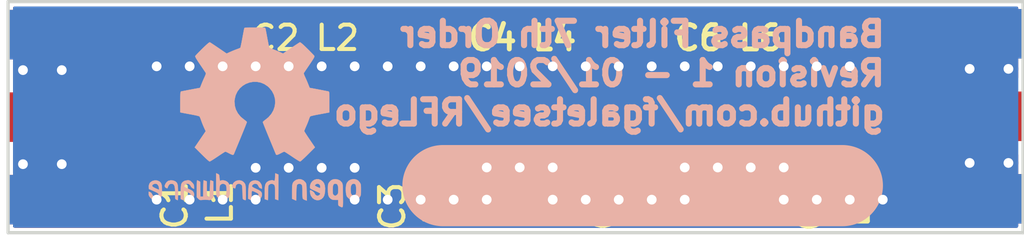
<source format=kicad_pcb>
(kicad_pcb (version 20171130) (host pcbnew "(5.0.1-3-g963ef8bb5)")

  (general
    (thickness 1.6)
    (drawings 9)
    (tracks 59)
    (zones 0)
    (modules 17)
    (nets 9)
  )

  (page A4)
  (layers
    (0 F.Cu signal)
    (31 B.Cu signal)
    (32 B.Adhes user)
    (33 F.Adhes user)
    (34 B.Paste user)
    (35 F.Paste user)
    (36 B.SilkS user)
    (37 F.SilkS user)
    (38 B.Mask user)
    (39 F.Mask user)
    (40 Dwgs.User user)
    (41 Cmts.User user)
    (42 Eco1.User user hide)
    (43 Eco2.User user hide)
    (44 Edge.Cuts user)
    (45 Margin user)
    (46 B.CrtYd user)
    (47 F.CrtYd user)
    (48 B.Fab user)
    (49 F.Fab user hide)
  )

  (setup
    (last_trace_width 0.25)
    (trace_clearance 0.2)
    (zone_clearance 0.1)
    (zone_45_only no)
    (trace_min 0.2)
    (segment_width 0.01)
    (edge_width 0.1)
    (via_size 0.6)
    (via_drill 0.3)
    (via_min_size 0.4)
    (via_min_drill 0.3)
    (uvia_size 0.8)
    (uvia_drill 0.3)
    (uvias_allowed no)
    (uvia_min_size 0.2)
    (uvia_min_drill 0.1)
    (pcb_text_width 0.3)
    (pcb_text_size 1.5 1.5)
    (mod_edge_width 0.15)
    (mod_text_size 1 1)
    (mod_text_width 0.15)
    (pad_size 1.5 1.5)
    (pad_drill 0.6)
    (pad_to_mask_clearance 0)
    (solder_mask_min_width 0.25)
    (aux_axis_origin 0 0)
    (grid_origin 137.16 111.506)
    (visible_elements FFFFFF7F)
    (pcbplotparams
      (layerselection 0x010fc_ffffffff)
      (usegerberextensions false)
      (usegerberattributes false)
      (usegerberadvancedattributes false)
      (creategerberjobfile false)
      (excludeedgelayer true)
      (linewidth 0.100000)
      (plotframeref false)
      (viasonmask false)
      (mode 1)
      (useauxorigin false)
      (hpglpennumber 1)
      (hpglpenspeed 20)
      (hpglpendiameter 15.000000)
      (psnegative false)
      (psa4output false)
      (plotreference true)
      (plotvalue true)
      (plotinvisibletext false)
      (padsonsilk false)
      (subtractmaskfromsilk false)
      (outputformat 1)
      (mirror false)
      (drillshape 1)
      (scaleselection 1)
      (outputdirectory ""))
  )

  (net 0 "")
  (net 1 "Net-(C1-Pad1)")
  (net 2 GND)
  (net 3 "Net-(C2-Pad1)")
  (net 4 "Net-(C3-Pad1)")
  (net 5 "Net-(C4-Pad1)")
  (net 6 "Net-(C5-Pad1)")
  (net 7 "Net-(C6-Pad1)")
  (net 8 "Net-(C7-Pad1)")

  (net_class Default "This is the default net class."
    (clearance 0.2)
    (trace_width 0.25)
    (via_dia 0.6)
    (via_drill 0.3)
    (uvia_dia 0.8)
    (uvia_drill 0.3)
  )

  (net_class 0402 ""
    (clearance 0.1)
    (trace_width 0.61)
    (via_dia 0.6)
    (via_drill 0.3)
    (uvia_dia 0.8)
    (uvia_drill 0.3)
  )

  (net_class "50 Ohm" ""
    (clearance 0.37)
    (trace_width 1.8)
    (via_dia 0.6)
    (via_drill 0.3)
    (uvia_dia 0.8)
    (uvia_drill 0.3)
    (add_net GND)
    (add_net "Net-(C1-Pad1)")
    (add_net "Net-(C2-Pad1)")
    (add_net "Net-(C3-Pad1)")
    (add_net "Net-(C4-Pad1)")
    (add_net "Net-(C5-Pad1)")
    (add_net "Net-(C6-Pad1)")
    (add_net "Net-(C7-Pad1)")
  )

  (module RFLego_Footprint:SMA_Edge (layer F.Cu) (tedit 5C3B4857) (tstamp 5C47C2C4)
    (at 164.34816 107.9246)
    (path /5C3B398B)
    (fp_text reference J2 (at 2.1336 4.6482) (layer F.SilkS) hide
      (effects (font (size 1 1) (thickness 0.15)))
    )
    (fp_text value SMA (at 1.27 6.35) (layer F.Fab) hide
      (effects (font (size 1 1) (thickness 0.15)))
    )
    (pad 2 smd rect (at 2.032 2.54) (size 4.064 1.524) (layers F.Cu F.Mask)
      (net 2 GND))
    (pad 2 smd rect (at 2.032 -2.54) (size 4.064 1.524) (layers B.Cu B.Mask)
      (net 2 GND))
    (pad 2 smd rect (at 2.032 2.54) (size 4.064 1.524) (layers B.Cu B.Mask)
      (net 2 GND))
    (pad 2 smd rect (at 2.032 -2.54) (size 4.064 1.524) (layers F.Cu F.Mask)
      (net 2 GND))
    (pad 1 smd rect (at 2.032 0) (size 4.064 1.524) (layers F.Cu F.Mask)
      (net 8 "Net-(C7-Pad1)"))
  )

  (module RFLego_Footprint:SMA_Edge (layer F.Cu) (tedit 5C3B4884) (tstamp 5C46A6DF)
    (at 137.16 107.95)
    (path /5C3B3967)
    (fp_text reference J1 (at 1.905 6.1976) (layer F.SilkS) hide
      (effects (font (size 1 1) (thickness 0.15)))
    )
    (fp_text value SMA (at 1.27 6.35) (layer F.Fab) hide
      (effects (font (size 1 1) (thickness 0.15)))
    )
    (pad 1 smd rect (at 2.032 0) (size 4.064 1.524) (layers F.Cu F.Mask)
      (net 1 "Net-(C1-Pad1)"))
    (pad 2 smd rect (at 2.032 -2.54) (size 4.064 1.524) (layers F.Cu F.Mask)
      (net 2 GND))
    (pad 2 smd rect (at 2.032 2.54) (size 4.064 1.524) (layers B.Cu B.Mask)
      (net 2 GND))
    (pad 2 smd rect (at 2.032 -2.54) (size 4.064 1.524) (layers B.Cu B.Mask)
      (net 2 GND))
    (pad 2 smd rect (at 2.032 2.54) (size 4.064 1.524) (layers F.Cu F.Mask)
      (net 2 GND))
  )

  (module Capacitor_SMD:C_0402_1005Metric (layer F.Cu) (tedit 5C3B47A5) (tstamp 5C47C9AF)
    (at 142.28572 109.01934 270)
    (descr "Capacitor SMD 0402 (1005 Metric), square (rectangular) end terminal, IPC_7351 nominal, (Body size source: http://www.tortai-tech.com/upload/download/2011102023233369053.pdf), generated with kicad-footprint-generator")
    (tags capacitor)
    (path /5C3B3AC9)
    (attr smd)
    (fp_text reference C1 (at 1.64846 -0.00254 270) (layer F.SilkS)
      (effects (font (size 0.75 0.75) (thickness 0.125)))
    )
    (fp_text value C (at 0 1.17 270) (layer F.Fab)
      (effects (font (size 1 1) (thickness 0.15)))
    )
    (fp_line (start -0.5 0.25) (end -0.5 -0.25) (layer F.Fab) (width 0.1))
    (fp_line (start -0.5 -0.25) (end 0.5 -0.25) (layer F.Fab) (width 0.1))
    (fp_line (start 0.5 -0.25) (end 0.5 0.25) (layer F.Fab) (width 0.1))
    (fp_line (start 0.5 0.25) (end -0.5 0.25) (layer F.Fab) (width 0.1))
    (fp_line (start -0.93 0.47) (end -0.93 -0.47) (layer F.CrtYd) (width 0.05))
    (fp_line (start -0.93 -0.47) (end 0.93 -0.47) (layer F.CrtYd) (width 0.05))
    (fp_line (start 0.93 -0.47) (end 0.93 0.47) (layer F.CrtYd) (width 0.05))
    (fp_line (start 0.93 0.47) (end -0.93 0.47) (layer F.CrtYd) (width 0.05))
    (fp_text user %R (at 0 0 270) (layer F.Fab)
      (effects (font (size 0.25 0.25) (thickness 0.04)))
    )
    (pad 1 smd roundrect (at -0.485 0 270) (size 0.59 0.64) (layers F.Cu F.Paste F.Mask) (roundrect_rratio 0.25)
      (net 1 "Net-(C1-Pad1)"))
    (pad 2 smd roundrect (at 0.485 0 270) (size 0.59 0.64) (layers F.Cu F.Paste F.Mask) (roundrect_rratio 0.25)
      (net 2 GND))
    (model ${KISYS3DMOD}/Capacitor_SMD.3dshapes/C_0402_1005Metric.wrl
      (at (xyz 0 0 0))
      (scale (xyz 1 1 1))
      (rotate (xyz 0 0 0))
    )
  )

  (module Capacitor_SMD:C_0402_1005Metric (layer F.Cu) (tedit 5C3B47B0) (tstamp 5C46A34C)
    (at 145.3872 107.9246 180)
    (descr "Capacitor SMD 0402 (1005 Metric), square (rectangular) end terminal, IPC_7351 nominal, (Body size source: http://www.tortai-tech.com/upload/download/2011102023233369053.pdf), generated with kicad-footprint-generator")
    (tags capacitor)
    (path /5C3B3BF7)
    (attr smd)
    (fp_text reference C2 (at -0.0024 2.413 180) (layer F.SilkS)
      (effects (font (size 0.75 0.75) (thickness 0.125)))
    )
    (fp_text value C (at 0 1.17 180) (layer F.Fab)
      (effects (font (size 1 1) (thickness 0.15)))
    )
    (fp_text user %R (at 0 0 180) (layer F.Fab)
      (effects (font (size 0.25 0.25) (thickness 0.04)))
    )
    (fp_line (start 0.93 0.47) (end -0.93 0.47) (layer F.CrtYd) (width 0.05))
    (fp_line (start 0.93 -0.47) (end 0.93 0.47) (layer F.CrtYd) (width 0.05))
    (fp_line (start -0.93 -0.47) (end 0.93 -0.47) (layer F.CrtYd) (width 0.05))
    (fp_line (start -0.93 0.47) (end -0.93 -0.47) (layer F.CrtYd) (width 0.05))
    (fp_line (start 0.5 0.25) (end -0.5 0.25) (layer F.Fab) (width 0.1))
    (fp_line (start 0.5 -0.25) (end 0.5 0.25) (layer F.Fab) (width 0.1))
    (fp_line (start -0.5 -0.25) (end 0.5 -0.25) (layer F.Fab) (width 0.1))
    (fp_line (start -0.5 0.25) (end -0.5 -0.25) (layer F.Fab) (width 0.1))
    (pad 2 smd roundrect (at 0.485 0 180) (size 0.59 0.64) (layers F.Cu F.Paste F.Mask) (roundrect_rratio 0.25)
      (net 1 "Net-(C1-Pad1)"))
    (pad 1 smd roundrect (at -0.485 0 180) (size 0.59 0.64) (layers F.Cu F.Paste F.Mask) (roundrect_rratio 0.25)
      (net 3 "Net-(C2-Pad1)"))
    (model ${KISYS3DMOD}/Capacitor_SMD.3dshapes/C_0402_1005Metric.wrl
      (at (xyz 0 0 0))
      (scale (xyz 1 1 1))
      (rotate (xyz 0 0 0))
    )
  )

  (module Capacitor_SMD:C_0402_1005Metric (layer F.Cu) (tedit 5C3B47B9) (tstamp 5C46A35B)
    (at 148.97608 109.01948 270)
    (descr "Capacitor SMD 0402 (1005 Metric), square (rectangular) end terminal, IPC_7351 nominal, (Body size source: http://www.tortai-tech.com/upload/download/2011102023233369053.pdf), generated with kicad-footprint-generator")
    (tags capacitor)
    (path /5C3B4554)
    (attr smd)
    (fp_text reference C3 (at 1.67372 -0.01016 270) (layer F.SilkS)
      (effects (font (size 0.75 0.75) (thickness 0.125)))
    )
    (fp_text value C (at 0 1.17 270) (layer F.Fab)
      (effects (font (size 1 1) (thickness 0.15)))
    )
    (fp_line (start -0.5 0.25) (end -0.5 -0.25) (layer F.Fab) (width 0.1))
    (fp_line (start -0.5 -0.25) (end 0.5 -0.25) (layer F.Fab) (width 0.1))
    (fp_line (start 0.5 -0.25) (end 0.5 0.25) (layer F.Fab) (width 0.1))
    (fp_line (start 0.5 0.25) (end -0.5 0.25) (layer F.Fab) (width 0.1))
    (fp_line (start -0.93 0.47) (end -0.93 -0.47) (layer F.CrtYd) (width 0.05))
    (fp_line (start -0.93 -0.47) (end 0.93 -0.47) (layer F.CrtYd) (width 0.05))
    (fp_line (start 0.93 -0.47) (end 0.93 0.47) (layer F.CrtYd) (width 0.05))
    (fp_line (start 0.93 0.47) (end -0.93 0.47) (layer F.CrtYd) (width 0.05))
    (fp_text user %R (at 0 0) (layer F.Fab)
      (effects (font (size 0.25 0.25) (thickness 0.04)))
    )
    (pad 1 smd roundrect (at -0.485 0 270) (size 0.59 0.64) (layers F.Cu F.Paste F.Mask) (roundrect_rratio 0.25)
      (net 4 "Net-(C3-Pad1)"))
    (pad 2 smd roundrect (at 0.485 0 270) (size 0.59 0.64) (layers F.Cu F.Paste F.Mask) (roundrect_rratio 0.25)
      (net 2 GND))
    (model ${KISYS3DMOD}/Capacitor_SMD.3dshapes/C_0402_1005Metric.wrl
      (at (xyz 0 0 0))
      (scale (xyz 1 1 1))
      (rotate (xyz 0 0 0))
    )
  )

  (module Inductor_SMD:L_0402_1005Metric (layer F.Cu) (tedit 5C3B47A9) (tstamp 5C47D04C)
    (at 143.67764 109.02202 270)
    (descr "Inductor SMD 0402 (1005 Metric), square (rectangular) end terminal, IPC_7351 nominal, (Body size source: http://www.tortai-tech.com/upload/download/2011102023233369053.pdf), generated with kicad-footprint-generator")
    (tags inductor)
    (path /5C3B3B69)
    (attr smd)
    (fp_text reference L1 (at 1.56958 0 270) (layer F.SilkS)
      (effects (font (size 0.75 0.75) (thickness 0.125)))
    )
    (fp_text value L (at 0 1.17 270) (layer F.Fab)
      (effects (font (size 1 1) (thickness 0.15)))
    )
    (fp_line (start -0.5 0.25) (end -0.5 -0.25) (layer F.Fab) (width 0.1))
    (fp_line (start -0.5 -0.25) (end 0.5 -0.25) (layer F.Fab) (width 0.1))
    (fp_line (start 0.5 -0.25) (end 0.5 0.25) (layer F.Fab) (width 0.1))
    (fp_line (start 0.5 0.25) (end -0.5 0.25) (layer F.Fab) (width 0.1))
    (fp_line (start -0.93 0.47) (end -0.93 -0.47) (layer F.CrtYd) (width 0.05))
    (fp_line (start -0.93 -0.47) (end 0.93 -0.47) (layer F.CrtYd) (width 0.05))
    (fp_line (start 0.93 -0.47) (end 0.93 0.47) (layer F.CrtYd) (width 0.05))
    (fp_line (start 0.93 0.47) (end -0.93 0.47) (layer F.CrtYd) (width 0.05))
    (fp_text user %R (at 0 0 270) (layer F.Fab)
      (effects (font (size 0.25 0.25) (thickness 0.04)))
    )
    (pad 1 smd roundrect (at -0.485 0 270) (size 0.59 0.64) (layers F.Cu F.Paste F.Mask) (roundrect_rratio 0.25)
      (net 1 "Net-(C1-Pad1)"))
    (pad 2 smd roundrect (at 0.485 0 270) (size 0.59 0.64) (layers F.Cu F.Paste F.Mask) (roundrect_rratio 0.25)
      (net 2 GND))
    (model ${KISYS3DMOD}/Inductor_SMD.3dshapes/L_0402_1005Metric.wrl
      (at (xyz 0 0 0))
      (scale (xyz 1 1 1))
      (rotate (xyz 0 0 0))
    )
  )

  (module Inductor_SMD:L_0402_1005Metric (layer F.Cu) (tedit 5C3B47B5) (tstamp 5C46A38B)
    (at 147.297 107.9246)
    (descr "Inductor SMD 0402 (1005 Metric), square (rectangular) end terminal, IPC_7351 nominal, (Body size source: http://www.tortai-tech.com/upload/download/2011102023233369053.pdf), generated with kicad-footprint-generator")
    (tags inductor)
    (path /5C3B3E74)
    (attr smd)
    (fp_text reference L2 (at -0.0024 -2.413 180) (layer F.SilkS)
      (effects (font (size 0.75 0.75) (thickness 0.125)))
    )
    (fp_text value L (at 0 1.17) (layer F.Fab)
      (effects (font (size 1 1) (thickness 0.15)))
    )
    (fp_line (start -0.5 0.25) (end -0.5 -0.25) (layer F.Fab) (width 0.1))
    (fp_line (start -0.5 -0.25) (end 0.5 -0.25) (layer F.Fab) (width 0.1))
    (fp_line (start 0.5 -0.25) (end 0.5 0.25) (layer F.Fab) (width 0.1))
    (fp_line (start 0.5 0.25) (end -0.5 0.25) (layer F.Fab) (width 0.1))
    (fp_line (start -0.93 0.47) (end -0.93 -0.47) (layer F.CrtYd) (width 0.05))
    (fp_line (start -0.93 -0.47) (end 0.93 -0.47) (layer F.CrtYd) (width 0.05))
    (fp_line (start 0.93 -0.47) (end 0.93 0.47) (layer F.CrtYd) (width 0.05))
    (fp_line (start 0.93 0.47) (end -0.93 0.47) (layer F.CrtYd) (width 0.05))
    (fp_text user %R (at 0 0) (layer F.Fab)
      (effects (font (size 0.25 0.25) (thickness 0.04)))
    )
    (pad 1 smd roundrect (at -0.485 0) (size 0.59 0.64) (layers F.Cu F.Paste F.Mask) (roundrect_rratio 0.25)
      (net 3 "Net-(C2-Pad1)"))
    (pad 2 smd roundrect (at 0.485 0) (size 0.59 0.64) (layers F.Cu F.Paste F.Mask) (roundrect_rratio 0.25)
      (net 4 "Net-(C3-Pad1)"))
    (model ${KISYS3DMOD}/Inductor_SMD.3dshapes/L_0402_1005Metric.wrl
      (at (xyz 0 0 0))
      (scale (xyz 1 1 1))
      (rotate (xyz 0 0 0))
    )
  )

  (module Inductor_SMD:L_0402_1005Metric (layer F.Cu) (tedit 5C3B47BC) (tstamp 5C46A551)
    (at 150.37054 109.01934 270)
    (descr "Inductor SMD 0402 (1005 Metric), square (rectangular) end terminal, IPC_7351 nominal, (Body size source: http://www.tortai-tech.com/upload/download/2011102023233369053.pdf), generated with kicad-footprint-generator")
    (tags inductor)
    (path /5C3B455B)
    (attr smd)
    (fp_text reference L3 (at 1.59766 0.00254 270) (layer F.SilkS)
      (effects (font (size 0.75 0.75) (thickness 0.125)))
    )
    (fp_text value L (at 0 1.17 270) (layer F.Fab)
      (effects (font (size 1 1) (thickness 0.15)))
    )
    (fp_text user %R (at 0 0 270) (layer F.Fab)
      (effects (font (size 0.25 0.25) (thickness 0.04)))
    )
    (fp_line (start 0.93 0.47) (end -0.93 0.47) (layer F.CrtYd) (width 0.05))
    (fp_line (start 0.93 -0.47) (end 0.93 0.47) (layer F.CrtYd) (width 0.05))
    (fp_line (start -0.93 -0.47) (end 0.93 -0.47) (layer F.CrtYd) (width 0.05))
    (fp_line (start -0.93 0.47) (end -0.93 -0.47) (layer F.CrtYd) (width 0.05))
    (fp_line (start 0.5 0.25) (end -0.5 0.25) (layer F.Fab) (width 0.1))
    (fp_line (start 0.5 -0.25) (end 0.5 0.25) (layer F.Fab) (width 0.1))
    (fp_line (start -0.5 -0.25) (end 0.5 -0.25) (layer F.Fab) (width 0.1))
    (fp_line (start -0.5 0.25) (end -0.5 -0.25) (layer F.Fab) (width 0.1))
    (pad 2 smd roundrect (at 0.485 0 270) (size 0.59 0.64) (layers F.Cu F.Paste F.Mask) (roundrect_rratio 0.25)
      (net 2 GND))
    (pad 1 smd roundrect (at -0.485 0 270) (size 0.59 0.64) (layers F.Cu F.Paste F.Mask) (roundrect_rratio 0.25)
      (net 4 "Net-(C3-Pad1)"))
    (model ${KISYS3DMOD}/Inductor_SMD.3dshapes/L_0402_1005Metric.wrl
      (at (xyz 0 0 0))
      (scale (xyz 1 1 1))
      (rotate (xyz 0 0 0))
    )
  )

  (module Capacitor_SMD:C_0402_1005Metric (layer F.Cu) (tedit 5C3B47C6) (tstamp 5C47B8DF)
    (at 152.0722 107.9246 180)
    (descr "Capacitor SMD 0402 (1005 Metric), square (rectangular) end terminal, IPC_7351 nominal, (Body size source: http://www.tortai-tech.com/upload/download/2011102023233369053.pdf), generated with kicad-footprint-generator")
    (tags capacitor)
    (path /5C3B4562)
    (attr smd)
    (fp_text reference C4 (at 0.0024 2.413 180) (layer F.SilkS)
      (effects (font (size 0.75 0.75) (thickness 0.15)))
    )
    (fp_text value C (at 0 1.17 180) (layer F.Fab)
      (effects (font (size 1 1) (thickness 0.15)))
    )
    (fp_line (start -0.5 0.25) (end -0.5 -0.25) (layer F.Fab) (width 0.1))
    (fp_line (start -0.5 -0.25) (end 0.5 -0.25) (layer F.Fab) (width 0.1))
    (fp_line (start 0.5 -0.25) (end 0.5 0.25) (layer F.Fab) (width 0.1))
    (fp_line (start 0.5 0.25) (end -0.5 0.25) (layer F.Fab) (width 0.1))
    (fp_line (start -0.93 0.47) (end -0.93 -0.47) (layer F.CrtYd) (width 0.05))
    (fp_line (start -0.93 -0.47) (end 0.93 -0.47) (layer F.CrtYd) (width 0.05))
    (fp_line (start 0.93 -0.47) (end 0.93 0.47) (layer F.CrtYd) (width 0.05))
    (fp_line (start 0.93 0.47) (end -0.93 0.47) (layer F.CrtYd) (width 0.05))
    (fp_text user %R (at 0 0 180) (layer F.Fab)
      (effects (font (size 0.25 0.25) (thickness 0.04)))
    )
    (pad 1 smd roundrect (at -0.485 0 180) (size 0.59 0.64) (layers F.Cu F.Paste F.Mask) (roundrect_rratio 0.25)
      (net 5 "Net-(C4-Pad1)"))
    (pad 2 smd roundrect (at 0.485 0 180) (size 0.59 0.64) (layers F.Cu F.Paste F.Mask) (roundrect_rratio 0.25)
      (net 4 "Net-(C3-Pad1)"))
    (model ${KISYS3DMOD}/Capacitor_SMD.3dshapes/C_0402_1005Metric.wrl
      (at (xyz 0 0 0))
      (scale (xyz 1 1 1))
      (rotate (xyz 0 0 0))
    )
  )

  (module Capacitor_SMD:C_0402_1005Metric (layer F.Cu) (tedit 5C3B47D0) (tstamp 5C47B9D3)
    (at 155.51404 109.01934 270)
    (descr "Capacitor SMD 0402 (1005 Metric), square (rectangular) end terminal, IPC_7351 nominal, (Body size source: http://www.tortai-tech.com/upload/download/2011102023233369053.pdf), generated with kicad-footprint-generator")
    (tags capacitor)
    (path /5C3B4772)
    (attr smd)
    (fp_text reference C5 (at 1.67386 0.01524 90) (layer F.SilkS)
      (effects (font (size 0.75 0.75) (thickness 0.15)))
    )
    (fp_text value C (at 0 1.17 270) (layer F.Fab)
      (effects (font (size 1 1) (thickness 0.15)))
    )
    (fp_text user %R (at 0 0 270) (layer F.Fab)
      (effects (font (size 0.25 0.25) (thickness 0.04)))
    )
    (fp_line (start 0.93 0.47) (end -0.93 0.47) (layer F.CrtYd) (width 0.05))
    (fp_line (start 0.93 -0.47) (end 0.93 0.47) (layer F.CrtYd) (width 0.05))
    (fp_line (start -0.93 -0.47) (end 0.93 -0.47) (layer F.CrtYd) (width 0.05))
    (fp_line (start -0.93 0.47) (end -0.93 -0.47) (layer F.CrtYd) (width 0.05))
    (fp_line (start 0.5 0.25) (end -0.5 0.25) (layer F.Fab) (width 0.1))
    (fp_line (start 0.5 -0.25) (end 0.5 0.25) (layer F.Fab) (width 0.1))
    (fp_line (start -0.5 -0.25) (end 0.5 -0.25) (layer F.Fab) (width 0.1))
    (fp_line (start -0.5 0.25) (end -0.5 -0.25) (layer F.Fab) (width 0.1))
    (pad 2 smd roundrect (at 0.485 0 270) (size 0.59 0.64) (layers F.Cu F.Paste F.Mask) (roundrect_rratio 0.25)
      (net 2 GND))
    (pad 1 smd roundrect (at -0.485 0 270) (size 0.59 0.64) (layers F.Cu F.Paste F.Mask) (roundrect_rratio 0.25)
      (net 6 "Net-(C5-Pad1)"))
    (model ${KISYS3DMOD}/Capacitor_SMD.3dshapes/C_0402_1005Metric.wrl
      (at (xyz 0 0 0))
      (scale (xyz 1 1 1))
      (rotate (xyz 0 0 0))
    )
  )

  (module Capacitor_SMD:C_0402_1005Metric (layer F.Cu) (tedit 5C3B47DD) (tstamp 5C47C5D2)
    (at 158.42488 107.9246 180)
    (descr "Capacitor SMD 0402 (1005 Metric), square (rectangular) end terminal, IPC_7351 nominal, (Body size source: http://www.tortai-tech.com/upload/download/2011102023233369053.pdf), generated with kicad-footprint-generator")
    (tags capacitor)
    (path /5C3B4780)
    (attr smd)
    (fp_text reference C6 (at 0.00508 2.413 180) (layer F.SilkS)
      (effects (font (size 0.75 0.75) (thickness 0.15)))
    )
    (fp_text value C (at 0 1.17 180) (layer F.Fab)
      (effects (font (size 1 1) (thickness 0.15)))
    )
    (fp_line (start -0.5 0.25) (end -0.5 -0.25) (layer F.Fab) (width 0.1))
    (fp_line (start -0.5 -0.25) (end 0.5 -0.25) (layer F.Fab) (width 0.1))
    (fp_line (start 0.5 -0.25) (end 0.5 0.25) (layer F.Fab) (width 0.1))
    (fp_line (start 0.5 0.25) (end -0.5 0.25) (layer F.Fab) (width 0.1))
    (fp_line (start -0.93 0.47) (end -0.93 -0.47) (layer F.CrtYd) (width 0.05))
    (fp_line (start -0.93 -0.47) (end 0.93 -0.47) (layer F.CrtYd) (width 0.05))
    (fp_line (start 0.93 -0.47) (end 0.93 0.47) (layer F.CrtYd) (width 0.05))
    (fp_line (start 0.93 0.47) (end -0.93 0.47) (layer F.CrtYd) (width 0.05))
    (fp_text user %R (at 0 0 180) (layer F.Fab)
      (effects (font (size 0.25 0.25) (thickness 0.04)))
    )
    (pad 1 smd roundrect (at -0.485 0 180) (size 0.59 0.64) (layers F.Cu F.Paste F.Mask) (roundrect_rratio 0.25)
      (net 7 "Net-(C6-Pad1)"))
    (pad 2 smd roundrect (at 0.485 0 180) (size 0.59 0.64) (layers F.Cu F.Paste F.Mask) (roundrect_rratio 0.25)
      (net 6 "Net-(C5-Pad1)"))
    (model ${KISYS3DMOD}/Capacitor_SMD.3dshapes/C_0402_1005Metric.wrl
      (at (xyz 0 0 0))
      (scale (xyz 1 1 1))
      (rotate (xyz 0 0 0))
    )
  )

  (module Capacitor_SMD:C_0402_1005Metric (layer F.Cu) (tedit 5C3B47EA) (tstamp 5C47C190)
    (at 161.84626 109.01948 270)
    (descr "Capacitor SMD 0402 (1005 Metric), square (rectangular) end terminal, IPC_7351 nominal, (Body size source: http://www.tortai-tech.com/upload/download/2011102023233369053.pdf), generated with kicad-footprint-generator")
    (tags capacitor)
    (path /5C3B4D7A)
    (attr smd)
    (fp_text reference C7 (at 1.69912 -0.00254 270) (layer F.SilkS)
      (effects (font (size 0.75 0.75) (thickness 0.15)))
    )
    (fp_text value C (at 0 1.17 270) (layer F.Fab)
      (effects (font (size 1 1) (thickness 0.15)))
    )
    (fp_text user %R (at 0 0 270) (layer F.Fab)
      (effects (font (size 0.25 0.25) (thickness 0.04)))
    )
    (fp_line (start 0.93 0.47) (end -0.93 0.47) (layer F.CrtYd) (width 0.05))
    (fp_line (start 0.93 -0.47) (end 0.93 0.47) (layer F.CrtYd) (width 0.05))
    (fp_line (start -0.93 -0.47) (end 0.93 -0.47) (layer F.CrtYd) (width 0.05))
    (fp_line (start -0.93 0.47) (end -0.93 -0.47) (layer F.CrtYd) (width 0.05))
    (fp_line (start 0.5 0.25) (end -0.5 0.25) (layer F.Fab) (width 0.1))
    (fp_line (start 0.5 -0.25) (end 0.5 0.25) (layer F.Fab) (width 0.1))
    (fp_line (start -0.5 -0.25) (end 0.5 -0.25) (layer F.Fab) (width 0.1))
    (fp_line (start -0.5 0.25) (end -0.5 -0.25) (layer F.Fab) (width 0.1))
    (pad 2 smd roundrect (at 0.485 0 270) (size 0.59 0.64) (layers F.Cu F.Paste F.Mask) (roundrect_rratio 0.25)
      (net 2 GND))
    (pad 1 smd roundrect (at -0.485 0 270) (size 0.59 0.64) (layers F.Cu F.Paste F.Mask) (roundrect_rratio 0.25)
      (net 8 "Net-(C7-Pad1)"))
    (model ${KISYS3DMOD}/Capacitor_SMD.3dshapes/C_0402_1005Metric.wrl
      (at (xyz 0 0 0))
      (scale (xyz 1 1 1))
      (rotate (xyz 0 0 0))
    )
  )

  (module Inductor_SMD:L_0402_1005Metric (layer F.Cu) (tedit 5C3B47C9) (tstamp 5C47B387)
    (at 153.9748 107.9246)
    (descr "Inductor SMD 0402 (1005 Metric), square (rectangular) end terminal, IPC_7351 nominal, (Body size source: http://www.tortai-tech.com/upload/download/2011102023233369053.pdf), generated with kicad-footprint-generator")
    (tags inductor)
    (path /5C3B4569)
    (attr smd)
    (fp_text reference L4 (at 0 -2.413) (layer F.SilkS)
      (effects (font (size 0.75 0.75) (thickness 0.15)))
    )
    (fp_text value L (at 0 1.17) (layer F.Fab)
      (effects (font (size 1 1) (thickness 0.15)))
    )
    (fp_line (start -0.5 0.25) (end -0.5 -0.25) (layer F.Fab) (width 0.1))
    (fp_line (start -0.5 -0.25) (end 0.5 -0.25) (layer F.Fab) (width 0.1))
    (fp_line (start 0.5 -0.25) (end 0.5 0.25) (layer F.Fab) (width 0.1))
    (fp_line (start 0.5 0.25) (end -0.5 0.25) (layer F.Fab) (width 0.1))
    (fp_line (start -0.93 0.47) (end -0.93 -0.47) (layer F.CrtYd) (width 0.05))
    (fp_line (start -0.93 -0.47) (end 0.93 -0.47) (layer F.CrtYd) (width 0.05))
    (fp_line (start 0.93 -0.47) (end 0.93 0.47) (layer F.CrtYd) (width 0.05))
    (fp_line (start 0.93 0.47) (end -0.93 0.47) (layer F.CrtYd) (width 0.05))
    (fp_text user %R (at 0 0) (layer F.Fab)
      (effects (font (size 0.25 0.25) (thickness 0.04)))
    )
    (pad 1 smd roundrect (at -0.485 0) (size 0.59 0.64) (layers F.Cu F.Paste F.Mask) (roundrect_rratio 0.25)
      (net 5 "Net-(C4-Pad1)"))
    (pad 2 smd roundrect (at 0.485 0) (size 0.59 0.64) (layers F.Cu F.Paste F.Mask) (roundrect_rratio 0.25)
      (net 6 "Net-(C5-Pad1)"))
    (model ${KISYS3DMOD}/Inductor_SMD.3dshapes/L_0402_1005Metric.wrl
      (at (xyz 0 0 0))
      (scale (xyz 1 1 1))
      (rotate (xyz 0 0 0))
    )
  )

  (module Inductor_SMD:L_0402_1005Metric (layer F.Cu) (tedit 5C3B47D7) (tstamp 5C47B396)
    (at 156.89834 109.01948 270)
    (descr "Inductor SMD 0402 (1005 Metric), square (rectangular) end terminal, IPC_7351 nominal, (Body size source: http://www.tortai-tech.com/upload/download/2011102023233369053.pdf), generated with kicad-footprint-generator")
    (tags inductor)
    (path /5C3B4779)
    (attr smd)
    (fp_text reference L5 (at 1.59752 0.00254 270) (layer F.SilkS)
      (effects (font (size 0.75 0.75) (thickness 0.15)))
    )
    (fp_text value L (at 0 1.17 270) (layer F.Fab)
      (effects (font (size 1 1) (thickness 0.15)))
    )
    (fp_text user %R (at 0 0 270) (layer F.Fab)
      (effects (font (size 0.25 0.25) (thickness 0.04)))
    )
    (fp_line (start 0.93 0.47) (end -0.93 0.47) (layer F.CrtYd) (width 0.05))
    (fp_line (start 0.93 -0.47) (end 0.93 0.47) (layer F.CrtYd) (width 0.05))
    (fp_line (start -0.93 -0.47) (end 0.93 -0.47) (layer F.CrtYd) (width 0.05))
    (fp_line (start -0.93 0.47) (end -0.93 -0.47) (layer F.CrtYd) (width 0.05))
    (fp_line (start 0.5 0.25) (end -0.5 0.25) (layer F.Fab) (width 0.1))
    (fp_line (start 0.5 -0.25) (end 0.5 0.25) (layer F.Fab) (width 0.1))
    (fp_line (start -0.5 -0.25) (end 0.5 -0.25) (layer F.Fab) (width 0.1))
    (fp_line (start -0.5 0.25) (end -0.5 -0.25) (layer F.Fab) (width 0.1))
    (pad 2 smd roundrect (at 0.485 0 270) (size 0.59 0.64) (layers F.Cu F.Paste F.Mask) (roundrect_rratio 0.25)
      (net 2 GND))
    (pad 1 smd roundrect (at -0.485 0 270) (size 0.59 0.64) (layers F.Cu F.Paste F.Mask) (roundrect_rratio 0.25)
      (net 6 "Net-(C5-Pad1)"))
    (model ${KISYS3DMOD}/Inductor_SMD.3dshapes/L_0402_1005Metric.wrl
      (at (xyz 0 0 0))
      (scale (xyz 1 1 1))
      (rotate (xyz 0 0 0))
    )
  )

  (module Inductor_SMD:L_0402_1005Metric (layer F.Cu) (tedit 5C3B47E4) (tstamp 5C47B3A5)
    (at 160.3224 107.9246)
    (descr "Inductor SMD 0402 (1005 Metric), square (rectangular) end terminal, IPC_7351 nominal, (Body size source: http://www.tortai-tech.com/upload/download/2011102023233369053.pdf), generated with kicad-footprint-generator")
    (tags inductor)
    (path /5C3B4787)
    (attr smd)
    (fp_text reference L6 (at 0 -2.413) (layer F.SilkS)
      (effects (font (size 0.75 0.75) (thickness 0.15)))
    )
    (fp_text value L (at 0 1.17) (layer F.Fab)
      (effects (font (size 1 1) (thickness 0.15)))
    )
    (fp_line (start -0.5 0.25) (end -0.5 -0.25) (layer F.Fab) (width 0.1))
    (fp_line (start -0.5 -0.25) (end 0.5 -0.25) (layer F.Fab) (width 0.1))
    (fp_line (start 0.5 -0.25) (end 0.5 0.25) (layer F.Fab) (width 0.1))
    (fp_line (start 0.5 0.25) (end -0.5 0.25) (layer F.Fab) (width 0.1))
    (fp_line (start -0.93 0.47) (end -0.93 -0.47) (layer F.CrtYd) (width 0.05))
    (fp_line (start -0.93 -0.47) (end 0.93 -0.47) (layer F.CrtYd) (width 0.05))
    (fp_line (start 0.93 -0.47) (end 0.93 0.47) (layer F.CrtYd) (width 0.05))
    (fp_line (start 0.93 0.47) (end -0.93 0.47) (layer F.CrtYd) (width 0.05))
    (fp_text user %R (at 0 0) (layer F.Fab)
      (effects (font (size 0.25 0.25) (thickness 0.04)))
    )
    (pad 1 smd roundrect (at -0.485 0) (size 0.59 0.64) (layers F.Cu F.Paste F.Mask) (roundrect_rratio 0.25)
      (net 7 "Net-(C6-Pad1)"))
    (pad 2 smd roundrect (at 0.485 0) (size 0.59 0.64) (layers F.Cu F.Paste F.Mask) (roundrect_rratio 0.25)
      (net 8 "Net-(C7-Pad1)"))
    (model ${KISYS3DMOD}/Inductor_SMD.3dshapes/L_0402_1005Metric.wrl
      (at (xyz 0 0 0))
      (scale (xyz 1 1 1))
      (rotate (xyz 0 0 0))
    )
  )

  (module Inductor_SMD:L_0402_1005Metric (layer F.Cu) (tedit 5C3B47F1) (tstamp 5C47BF2F)
    (at 163.2712 109.01948 270)
    (descr "Inductor SMD 0402 (1005 Metric), square (rectangular) end terminal, IPC_7351 nominal, (Body size source: http://www.tortai-tech.com/upload/download/2011102023233369053.pdf), generated with kicad-footprint-generator")
    (tags inductor)
    (path /5C3B4D81)
    (attr smd)
    (fp_text reference L7 (at 1.64832 0 270) (layer F.SilkS)
      (effects (font (size 0.75 0.75) (thickness 0.15)))
    )
    (fp_text value L (at 0 1.17 270) (layer F.Fab)
      (effects (font (size 1 1) (thickness 0.15)))
    )
    (fp_text user %R (at 0 0 270) (layer F.Fab)
      (effects (font (size 0.25 0.25) (thickness 0.04)))
    )
    (fp_line (start 0.93 0.47) (end -0.93 0.47) (layer F.CrtYd) (width 0.05))
    (fp_line (start 0.93 -0.47) (end 0.93 0.47) (layer F.CrtYd) (width 0.05))
    (fp_line (start -0.93 -0.47) (end 0.93 -0.47) (layer F.CrtYd) (width 0.05))
    (fp_line (start -0.93 0.47) (end -0.93 -0.47) (layer F.CrtYd) (width 0.05))
    (fp_line (start 0.5 0.25) (end -0.5 0.25) (layer F.Fab) (width 0.1))
    (fp_line (start 0.5 -0.25) (end 0.5 0.25) (layer F.Fab) (width 0.1))
    (fp_line (start -0.5 -0.25) (end 0.5 -0.25) (layer F.Fab) (width 0.1))
    (fp_line (start -0.5 0.25) (end -0.5 -0.25) (layer F.Fab) (width 0.1))
    (pad 2 smd roundrect (at 0.485 0 270) (size 0.59 0.64) (layers F.Cu F.Paste F.Mask) (roundrect_rratio 0.25)
      (net 2 GND))
    (pad 1 smd roundrect (at -0.485 0 270) (size 0.59 0.64) (layers F.Cu F.Paste F.Mask) (roundrect_rratio 0.25)
      (net 8 "Net-(C7-Pad1)"))
    (model ${KISYS3DMOD}/Inductor_SMD.3dshapes/L_0402_1005Metric.wrl
      (at (xyz 0 0 0))
      (scale (xyz 1 1 1))
      (rotate (xyz 0 0 0))
    )
  )

  (module Symbol:OSHW-Logo2_7.3x6mm_SilkScreen (layer B.Cu) (tedit 0) (tstamp 5C47E78B)
    (at 144.7546 107.95 180)
    (descr "Open Source Hardware Symbol")
    (tags "Logo Symbol OSHW")
    (attr virtual)
    (fp_text reference REF** (at 0 0 180) (layer B.SilkS) hide
      (effects (font (size 1 1) (thickness 0.15)) (justify mirror))
    )
    (fp_text value OSHW-Logo2_7.3x6mm_SilkScreen (at 0.75 0 180) (layer B.Fab) hide
      (effects (font (size 1 1) (thickness 0.15)) (justify mirror))
    )
    (fp_poly (pts (xy 0.10391 2.757652) (xy 0.182454 2.757222) (xy 0.239298 2.756058) (xy 0.278105 2.753793)
      (xy 0.302538 2.75006) (xy 0.316262 2.744494) (xy 0.32294 2.736727) (xy 0.326236 2.726395)
      (xy 0.326556 2.725057) (xy 0.331562 2.700921) (xy 0.340829 2.653299) (xy 0.353392 2.587259)
      (xy 0.368287 2.507872) (xy 0.384551 2.420204) (xy 0.385119 2.417125) (xy 0.40141 2.331211)
      (xy 0.416652 2.255304) (xy 0.429861 2.193955) (xy 0.440054 2.151718) (xy 0.446248 2.133145)
      (xy 0.446543 2.132816) (xy 0.464788 2.123747) (xy 0.502405 2.108633) (xy 0.551271 2.090738)
      (xy 0.551543 2.090642) (xy 0.613093 2.067507) (xy 0.685657 2.038035) (xy 0.754057 2.008403)
      (xy 0.757294 2.006938) (xy 0.868702 1.956374) (xy 1.115399 2.12484) (xy 1.191077 2.176197)
      (xy 1.259631 2.222111) (xy 1.317088 2.25997) (xy 1.359476 2.287163) (xy 1.382825 2.301079)
      (xy 1.385042 2.302111) (xy 1.40201 2.297516) (xy 1.433701 2.275345) (xy 1.481352 2.234553)
      (xy 1.546198 2.174095) (xy 1.612397 2.109773) (xy 1.676214 2.046388) (xy 1.733329 1.988549)
      (xy 1.780305 1.939825) (xy 1.813703 1.90379) (xy 1.830085 1.884016) (xy 1.830694 1.882998)
      (xy 1.832505 1.869428) (xy 1.825683 1.847267) (xy 1.80854 1.813522) (xy 1.779393 1.7652)
      (xy 1.736555 1.699308) (xy 1.679448 1.614483) (xy 1.628766 1.539823) (xy 1.583461 1.47286)
      (xy 1.54615 1.417484) (xy 1.519452 1.37758) (xy 1.505985 1.357038) (xy 1.505137 1.355644)
      (xy 1.506781 1.335962) (xy 1.519245 1.297707) (xy 1.540048 1.248111) (xy 1.547462 1.232272)
      (xy 1.579814 1.16171) (xy 1.614328 1.081647) (xy 1.642365 1.012371) (xy 1.662568 0.960955)
      (xy 1.678615 0.921881) (xy 1.687888 0.901459) (xy 1.689041 0.899886) (xy 1.706096 0.897279)
      (xy 1.746298 0.890137) (xy 1.804302 0.879477) (xy 1.874763 0.866315) (xy 1.952335 0.851667)
      (xy 2.031672 0.836551) (xy 2.107431 0.821982) (xy 2.174264 0.808978) (xy 2.226828 0.798555)
      (xy 2.259776 0.79173) (xy 2.267857 0.789801) (xy 2.276205 0.785038) (xy 2.282506 0.774282)
      (xy 2.287045 0.753902) (xy 2.290104 0.720266) (xy 2.291967 0.669745) (xy 2.292918 0.598708)
      (xy 2.29324 0.503524) (xy 2.293257 0.464508) (xy 2.293257 0.147201) (xy 2.217057 0.132161)
      (xy 2.174663 0.124005) (xy 2.1114 0.112101) (xy 2.034962 0.097884) (xy 1.953043 0.08279)
      (xy 1.9304 0.078645) (xy 1.854806 0.063947) (xy 1.788953 0.049495) (xy 1.738366 0.036625)
      (xy 1.708574 0.026678) (xy 1.703612 0.023713) (xy 1.691426 0.002717) (xy 1.673953 -0.037967)
      (xy 1.654577 -0.090322) (xy 1.650734 -0.1016) (xy 1.625339 -0.171523) (xy 1.593817 -0.250418)
      (xy 1.562969 -0.321266) (xy 1.562817 -0.321595) (xy 1.511447 -0.432733) (xy 1.680399 -0.681253)
      (xy 1.849352 -0.929772) (xy 1.632429 -1.147058) (xy 1.566819 -1.211726) (xy 1.506979 -1.268733)
      (xy 1.456267 -1.315033) (xy 1.418046 -1.347584) (xy 1.395675 -1.363343) (xy 1.392466 -1.364343)
      (xy 1.373626 -1.356469) (xy 1.33518 -1.334578) (xy 1.28133 -1.301267) (xy 1.216276 -1.259131)
      (xy 1.14594 -1.211943) (xy 1.074555 -1.16381) (xy 1.010908 -1.121928) (xy 0.959041 -1.088871)
      (xy 0.922995 -1.067218) (xy 0.906867 -1.059543) (xy 0.887189 -1.066037) (xy 0.849875 -1.08315)
      (xy 0.802621 -1.107326) (xy 0.797612 -1.110013) (xy 0.733977 -1.141927) (xy 0.690341 -1.157579)
      (xy 0.663202 -1.157745) (xy 0.649057 -1.143204) (xy 0.648975 -1.143) (xy 0.641905 -1.125779)
      (xy 0.625042 -1.084899) (xy 0.599695 -1.023525) (xy 0.567171 -0.944819) (xy 0.528778 -0.851947)
      (xy 0.485822 -0.748072) (xy 0.444222 -0.647502) (xy 0.398504 -0.536516) (xy 0.356526 -0.433703)
      (xy 0.319548 -0.342215) (xy 0.288827 -0.265201) (xy 0.265622 -0.205815) (xy 0.25119 -0.167209)
      (xy 0.246743 -0.1528) (xy 0.257896 -0.136272) (xy 0.287069 -0.10993) (xy 0.325971 -0.080887)
      (xy 0.436757 0.010961) (xy 0.523351 0.116241) (xy 0.584716 0.232734) (xy 0.619815 0.358224)
      (xy 0.627608 0.490493) (xy 0.621943 0.551543) (xy 0.591078 0.678205) (xy 0.53792 0.790059)
      (xy 0.465767 0.885999) (xy 0.377917 0.964924) (xy 0.277665 1.02573) (xy 0.16831 1.067313)
      (xy 0.053147 1.088572) (xy -0.064525 1.088401) (xy -0.18141 1.065699) (xy -0.294211 1.019362)
      (xy -0.399631 0.948287) (xy -0.443632 0.908089) (xy -0.528021 0.804871) (xy -0.586778 0.692075)
      (xy -0.620296 0.57299) (xy -0.628965 0.450905) (xy -0.613177 0.329107) (xy -0.573322 0.210884)
      (xy -0.509793 0.099525) (xy -0.422979 -0.001684) (xy -0.325971 -0.080887) (xy -0.285563 -0.111162)
      (xy -0.257018 -0.137219) (xy -0.246743 -0.152825) (xy -0.252123 -0.169843) (xy -0.267425 -0.2105)
      (xy -0.291388 -0.271642) (xy -0.322756 -0.350119) (xy -0.360268 -0.44278) (xy -0.402667 -0.546472)
      (xy -0.444337 -0.647526) (xy -0.49031 -0.758607) (xy -0.532893 -0.861541) (xy -0.570779 -0.953165)
      (xy -0.60266 -1.030316) (xy -0.627229 -1.089831) (xy -0.64318 -1.128544) (xy -0.64909 -1.143)
      (xy -0.663052 -1.157685) (xy -0.69006 -1.157642) (xy -0.733587 -1.142099) (xy -0.79711 -1.110284)
      (xy -0.797612 -1.110013) (xy -0.84544 -1.085323) (xy -0.884103 -1.067338) (xy -0.905905 -1.059614)
      (xy -0.906867 -1.059543) (xy -0.923279 -1.067378) (xy -0.959513 -1.089165) (xy -1.011526 -1.122328)
      (xy -1.075275 -1.164291) (xy -1.14594 -1.211943) (xy -1.217884 -1.260191) (xy -1.282726 -1.302151)
      (xy -1.336265 -1.335227) (xy -1.374303 -1.356821) (xy -1.392467 -1.364343) (xy -1.409192 -1.354457)
      (xy -1.44282 -1.326826) (xy -1.48999 -1.284495) (xy -1.547342 -1.230505) (xy -1.611516 -1.167899)
      (xy -1.632503 -1.146983) (xy -1.849501 -0.929623) (xy -1.684332 -0.68722) (xy -1.634136 -0.612781)
      (xy -1.590081 -0.545972) (xy -1.554638 -0.490665) (xy -1.530281 -0.450729) (xy -1.519478 -0.430036)
      (xy -1.519162 -0.428563) (xy -1.524857 -0.409058) (xy -1.540174 -0.369822) (xy -1.562463 -0.31743)
      (xy -1.578107 -0.282355) (xy -1.607359 -0.215201) (xy -1.634906 -0.147358) (xy -1.656263 -0.090034)
      (xy -1.662065 -0.072572) (xy -1.678548 -0.025938) (xy -1.69466 0.010095) (xy -1.70351 0.023713)
      (xy -1.72304 0.032048) (xy -1.765666 0.043863) (xy -1.825855 0.057819) (xy -1.898078 0.072578)
      (xy -1.9304 0.078645) (xy -2.012478 0.093727) (xy -2.091205 0.108331) (xy -2.158891 0.12102)
      (xy -2.20784 0.130358) (xy -2.217057 0.132161) (xy -2.293257 0.147201) (xy -2.293257 0.464508)
      (xy -2.293086 0.568846) (xy -2.292384 0.647787) (xy -2.290866 0.704962) (xy -2.288251 0.744001)
      (xy -2.284254 0.768535) (xy -2.278591 0.782195) (xy -2.27098 0.788611) (xy -2.267857 0.789801)
      (xy -2.249022 0.79402) (xy -2.207412 0.802438) (xy -2.14837 0.814039) (xy -2.077243 0.827805)
      (xy -1.999375 0.84272) (xy -1.920113 0.857768) (xy -1.844802 0.871931) (xy -1.778787 0.884194)
      (xy -1.727413 0.893539) (xy -1.696025 0.89895) (xy -1.689041 0.899886) (xy -1.682715 0.912404)
      (xy -1.66871 0.945754) (xy -1.649645 0.993623) (xy -1.642366 1.012371) (xy -1.613004 1.084805)
      (xy -1.578429 1.16483) (xy -1.547463 1.232272) (xy -1.524677 1.283841) (xy -1.509518 1.326215)
      (xy -1.504458 1.352166) (xy -1.505264 1.355644) (xy -1.515959 1.372064) (xy -1.54038 1.408583)
      (xy -1.575905 1.461313) (xy -1.619913 1.526365) (xy -1.669783 1.599849) (xy -1.679644 1.614355)
      (xy -1.737508 1.700296) (xy -1.780044 1.765739) (xy -1.808946 1.813696) (xy -1.82591 1.84718)
      (xy -1.832633 1.869205) (xy -1.83081 1.882783) (xy -1.830764 1.882869) (xy -1.816414 1.900703)
      (xy -1.784677 1.935183) (xy -1.73899 1.982732) (xy -1.682796 2.039778) (xy -1.619532 2.102745)
      (xy -1.612398 2.109773) (xy -1.53267 2.18698) (xy -1.471143 2.24367) (xy -1.426579 2.28089)
      (xy -1.397743 2.299685) (xy -1.385042 2.302111) (xy -1.366506 2.291529) (xy -1.328039 2.267084)
      (xy -1.273614 2.231388) (xy -1.207202 2.187053) (xy -1.132775 2.136689) (xy -1.115399 2.12484)
      (xy -0.868703 1.956374) (xy -0.757294 2.006938) (xy -0.689543 2.036405) (xy -0.616817 2.066041)
      (xy -0.554297 2.08967) (xy -0.551543 2.090642) (xy -0.50264 2.108543) (xy -0.464943 2.12368)
      (xy -0.446575 2.13279) (xy -0.446544 2.132816) (xy -0.440715 2.149283) (xy -0.430808 2.189781)
      (xy -0.417805 2.249758) (xy -0.402691 2.32466) (xy -0.386448 2.409936) (xy -0.385119 2.417125)
      (xy -0.368825 2.504986) (xy -0.353867 2.58474) (xy -0.341209 2.651319) (xy -0.331814 2.699653)
      (xy -0.326646 2.724675) (xy -0.326556 2.725057) (xy -0.323411 2.735701) (xy -0.317296 2.743738)
      (xy -0.304547 2.749533) (xy -0.2815 2.753453) (xy -0.244491 2.755865) (xy -0.189856 2.757135)
      (xy -0.113933 2.757629) (xy -0.013056 2.757714) (xy 0 2.757714) (xy 0.10391 2.757652)) (layer B.SilkS) (width 0.01))
    (fp_poly (pts (xy 3.153595 -1.966966) (xy 3.211021 -2.004497) (xy 3.238719 -2.038096) (xy 3.260662 -2.099064)
      (xy 3.262405 -2.147308) (xy 3.258457 -2.211816) (xy 3.109686 -2.276934) (xy 3.037349 -2.310202)
      (xy 2.990084 -2.336964) (xy 2.965507 -2.360144) (xy 2.961237 -2.382667) (xy 2.974889 -2.407455)
      (xy 2.989943 -2.423886) (xy 3.033746 -2.450235) (xy 3.081389 -2.452081) (xy 3.125145 -2.431546)
      (xy 3.157289 -2.390752) (xy 3.163038 -2.376347) (xy 3.190576 -2.331356) (xy 3.222258 -2.312182)
      (xy 3.265714 -2.295779) (xy 3.265714 -2.357966) (xy 3.261872 -2.400283) (xy 3.246823 -2.435969)
      (xy 3.21528 -2.476943) (xy 3.210592 -2.482267) (xy 3.175506 -2.51872) (xy 3.145347 -2.538283)
      (xy 3.107615 -2.547283) (xy 3.076335 -2.55023) (xy 3.020385 -2.550965) (xy 2.980555 -2.54166)
      (xy 2.955708 -2.527846) (xy 2.916656 -2.497467) (xy 2.889625 -2.464613) (xy 2.872517 -2.423294)
      (xy 2.863238 -2.367521) (xy 2.859693 -2.291305) (xy 2.85941 -2.252622) (xy 2.860372 -2.206247)
      (xy 2.948007 -2.206247) (xy 2.949023 -2.231126) (xy 2.951556 -2.2352) (xy 2.968274 -2.229665)
      (xy 3.004249 -2.215017) (xy 3.052331 -2.19419) (xy 3.062386 -2.189714) (xy 3.123152 -2.158814)
      (xy 3.156632 -2.131657) (xy 3.16399 -2.10622) (xy 3.146391 -2.080481) (xy 3.131856 -2.069109)
      (xy 3.07941 -2.046364) (xy 3.030322 -2.050122) (xy 2.989227 -2.077884) (xy 2.960758 -2.127152)
      (xy 2.951631 -2.166257) (xy 2.948007 -2.206247) (xy 2.860372 -2.206247) (xy 2.861285 -2.162249)
      (xy 2.868196 -2.095384) (xy 2.881884 -2.046695) (xy 2.904096 -2.010849) (xy 2.936574 -1.982513)
      (xy 2.950733 -1.973355) (xy 3.015053 -1.949507) (xy 3.085473 -1.948006) (xy 3.153595 -1.966966)) (layer B.SilkS) (width 0.01))
    (fp_poly (pts (xy 2.6526 -1.958752) (xy 2.669948 -1.966334) (xy 2.711356 -1.999128) (xy 2.746765 -2.046547)
      (xy 2.768664 -2.097151) (xy 2.772229 -2.122098) (xy 2.760279 -2.156927) (xy 2.734067 -2.175357)
      (xy 2.705964 -2.186516) (xy 2.693095 -2.188572) (xy 2.686829 -2.173649) (xy 2.674456 -2.141175)
      (xy 2.669028 -2.126502) (xy 2.63859 -2.075744) (xy 2.59452 -2.050427) (xy 2.53801 -2.051206)
      (xy 2.533825 -2.052203) (xy 2.503655 -2.066507) (xy 2.481476 -2.094393) (xy 2.466327 -2.139287)
      (xy 2.45725 -2.204615) (xy 2.453286 -2.293804) (xy 2.452914 -2.341261) (xy 2.45273 -2.416071)
      (xy 2.451522 -2.467069) (xy 2.448309 -2.499471) (xy 2.442109 -2.518495) (xy 2.43194 -2.529356)
      (xy 2.416819 -2.537272) (xy 2.415946 -2.53767) (xy 2.386828 -2.549981) (xy 2.372403 -2.554514)
      (xy 2.370186 -2.540809) (xy 2.368289 -2.502925) (xy 2.366847 -2.445715) (xy 2.365998 -2.374027)
      (xy 2.365829 -2.321565) (xy 2.366692 -2.220047) (xy 2.37007 -2.143032) (xy 2.377142 -2.086023)
      (xy 2.389088 -2.044526) (xy 2.40709 -2.014043) (xy 2.432327 -1.99008) (xy 2.457247 -1.973355)
      (xy 2.517171 -1.951097) (xy 2.586911 -1.946076) (xy 2.6526 -1.958752)) (layer B.SilkS) (width 0.01))
    (fp_poly (pts (xy 2.144876 -1.956335) (xy 2.186667 -1.975344) (xy 2.219469 -1.998378) (xy 2.243503 -2.024133)
      (xy 2.260097 -2.057358) (xy 2.270577 -2.1028) (xy 2.276271 -2.165207) (xy 2.278507 -2.249327)
      (xy 2.278743 -2.304721) (xy 2.278743 -2.520826) (xy 2.241774 -2.53767) (xy 2.212656 -2.549981)
      (xy 2.198231 -2.554514) (xy 2.195472 -2.541025) (xy 2.193282 -2.504653) (xy 2.191942 -2.451542)
      (xy 2.191657 -2.409372) (xy 2.190434 -2.348447) (xy 2.187136 -2.300115) (xy 2.182321 -2.270518)
      (xy 2.178496 -2.264229) (xy 2.152783 -2.270652) (xy 2.112418 -2.287125) (xy 2.065679 -2.309458)
      (xy 2.020845 -2.333457) (xy 1.986193 -2.35493) (xy 1.970002 -2.369685) (xy 1.969938 -2.369845)
      (xy 1.97133 -2.397152) (xy 1.983818 -2.423219) (xy 2.005743 -2.444392) (xy 2.037743 -2.451474)
      (xy 2.065092 -2.450649) (xy 2.103826 -2.450042) (xy 2.124158 -2.459116) (xy 2.136369 -2.483092)
      (xy 2.137909 -2.487613) (xy 2.143203 -2.521806) (xy 2.129047 -2.542568) (xy 2.092148 -2.552462)
      (xy 2.052289 -2.554292) (xy 1.980562 -2.540727) (xy 1.943432 -2.521355) (xy 1.897576 -2.475845)
      (xy 1.873256 -2.419983) (xy 1.871073 -2.360957) (xy 1.891629 -2.305953) (xy 1.922549 -2.271486)
      (xy 1.95342 -2.252189) (xy 2.001942 -2.227759) (xy 2.058485 -2.202985) (xy 2.06791 -2.199199)
      (xy 2.130019 -2.171791) (xy 2.165822 -2.147634) (xy 2.177337 -2.123619) (xy 2.16658 -2.096635)
      (xy 2.148114 -2.075543) (xy 2.104469 -2.049572) (xy 2.056446 -2.047624) (xy 2.012406 -2.067637)
      (xy 1.980709 -2.107551) (xy 1.976549 -2.117848) (xy 1.952327 -2.155724) (xy 1.916965 -2.183842)
      (xy 1.872343 -2.206917) (xy 1.872343 -2.141485) (xy 1.874969 -2.101506) (xy 1.88623 -2.069997)
      (xy 1.911199 -2.036378) (xy 1.935169 -2.010484) (xy 1.972441 -1.973817) (xy 2.001401 -1.954121)
      (xy 2.032505 -1.94622) (xy 2.067713 -1.944914) (xy 2.144876 -1.956335)) (layer B.SilkS) (width 0.01))
    (fp_poly (pts (xy 1.779833 -1.958663) (xy 1.782048 -1.99685) (xy 1.783784 -2.054886) (xy 1.784899 -2.12818)
      (xy 1.785257 -2.205055) (xy 1.785257 -2.465196) (xy 1.739326 -2.511127) (xy 1.707675 -2.539429)
      (xy 1.67989 -2.550893) (xy 1.641915 -2.550168) (xy 1.62684 -2.548321) (xy 1.579726 -2.542948)
      (xy 1.540756 -2.539869) (xy 1.531257 -2.539585) (xy 1.499233 -2.541445) (xy 1.453432 -2.546114)
      (xy 1.435674 -2.548321) (xy 1.392057 -2.551735) (xy 1.362745 -2.54432) (xy 1.33368 -2.521427)
      (xy 1.323188 -2.511127) (xy 1.277257 -2.465196) (xy 1.277257 -1.978602) (xy 1.314226 -1.961758)
      (xy 1.346059 -1.949282) (xy 1.364683 -1.944914) (xy 1.369458 -1.958718) (xy 1.373921 -1.997286)
      (xy 1.377775 -2.056356) (xy 1.380722 -2.131663) (xy 1.382143 -2.195286) (xy 1.386114 -2.445657)
      (xy 1.420759 -2.450556) (xy 1.452268 -2.447131) (xy 1.467708 -2.436041) (xy 1.472023 -2.415308)
      (xy 1.475708 -2.371145) (xy 1.478469 -2.309146) (xy 1.480012 -2.234909) (xy 1.480235 -2.196706)
      (xy 1.480457 -1.976783) (xy 1.526166 -1.960849) (xy 1.558518 -1.950015) (xy 1.576115 -1.944962)
      (xy 1.576623 -1.944914) (xy 1.578388 -1.958648) (xy 1.580329 -1.99673) (xy 1.582282 -2.054482)
      (xy 1.584084 -2.127227) (xy 1.585343 -2.195286) (xy 1.589314 -2.445657) (xy 1.6764 -2.445657)
      (xy 1.680396 -2.21724) (xy 1.684392 -1.988822) (xy 1.726847 -1.966868) (xy 1.758192 -1.951793)
      (xy 1.776744 -1.944951) (xy 1.777279 -1.944914) (xy 1.779833 -1.958663)) (layer B.SilkS) (width 0.01))
    (fp_poly (pts (xy 1.190117 -2.065358) (xy 1.189933 -2.173837) (xy 1.189219 -2.257287) (xy 1.187675 -2.319704)
      (xy 1.185001 -2.365085) (xy 1.180894 -2.397429) (xy 1.175055 -2.420733) (xy 1.167182 -2.438995)
      (xy 1.161221 -2.449418) (xy 1.111855 -2.505945) (xy 1.049264 -2.541377) (xy 0.980013 -2.55409)
      (xy 0.910668 -2.542463) (xy 0.869375 -2.521568) (xy 0.826025 -2.485422) (xy 0.796481 -2.441276)
      (xy 0.778655 -2.383462) (xy 0.770463 -2.306313) (xy 0.769302 -2.249714) (xy 0.769458 -2.245647)
      (xy 0.870857 -2.245647) (xy 0.871476 -2.31055) (xy 0.874314 -2.353514) (xy 0.88084 -2.381622)
      (xy 0.892523 -2.401953) (xy 0.906483 -2.417288) (xy 0.953365 -2.44689) (xy 1.003701 -2.449419)
      (xy 1.051276 -2.424705) (xy 1.054979 -2.421356) (xy 1.070783 -2.403935) (xy 1.080693 -2.383209)
      (xy 1.086058 -2.352362) (xy 1.088228 -2.304577) (xy 1.088571 -2.251748) (xy 1.087827 -2.185381)
      (xy 1.084748 -2.141106) (xy 1.078061 -2.112009) (xy 1.066496 -2.091173) (xy 1.057013 -2.080107)
      (xy 1.01296 -2.052198) (xy 0.962224 -2.048843) (xy 0.913796 -2.070159) (xy 0.90445 -2.078073)
      (xy 0.88854 -2.095647) (xy 0.87861 -2.116587) (xy 0.873278 -2.147782) (xy 0.871163 -2.196122)
      (xy 0.870857 -2.245647) (xy 0.769458 -2.245647) (xy 0.77281 -2.158568) (xy 0.784726 -2.090086)
      (xy 0.807135 -2.0386) (xy 0.842124 -1.998443) (xy 0.869375 -1.977861) (xy 0.918907 -1.955625)
      (xy 0.976316 -1.945304) (xy 1.029682 -1.948067) (xy 1.059543 -1.959212) (xy 1.071261 -1.962383)
      (xy 1.079037 -1.950557) (xy 1.084465 -1.918866) (xy 1.088571 -1.870593) (xy 1.093067 -1.816829)
      (xy 1.099313 -1.784482) (xy 1.110676 -1.765985) (xy 1.130528 -1.75377) (xy 1.143 -1.748362)
      (xy 1.190171 -1.728601) (xy 1.190117 -2.065358)) (layer B.SilkS) (width 0.01))
    (fp_poly (pts (xy 0.529926 -1.949755) (xy 0.595858 -1.974084) (xy 0.649273 -2.017117) (xy 0.670164 -2.047409)
      (xy 0.692939 -2.102994) (xy 0.692466 -2.143186) (xy 0.668562 -2.170217) (xy 0.659717 -2.174813)
      (xy 0.62153 -2.189144) (xy 0.602028 -2.185472) (xy 0.595422 -2.161407) (xy 0.595086 -2.148114)
      (xy 0.582992 -2.09921) (xy 0.551471 -2.064999) (xy 0.507659 -2.048476) (xy 0.458695 -2.052634)
      (xy 0.418894 -2.074227) (xy 0.40545 -2.086544) (xy 0.395921 -2.101487) (xy 0.389485 -2.124075)
      (xy 0.385317 -2.159328) (xy 0.382597 -2.212266) (xy 0.380502 -2.287907) (xy 0.37996 -2.311857)
      (xy 0.377981 -2.39379) (xy 0.375731 -2.451455) (xy 0.372357 -2.489608) (xy 0.367006 -2.513004)
      (xy 0.358824 -2.526398) (xy 0.346959 -2.534545) (xy 0.339362 -2.538144) (xy 0.307102 -2.550452)
      (xy 0.288111 -2.554514) (xy 0.281836 -2.540948) (xy 0.278006 -2.499934) (xy 0.2766 -2.430999)
      (xy 0.277598 -2.333669) (xy 0.277908 -2.318657) (xy 0.280101 -2.229859) (xy 0.282693 -2.165019)
      (xy 0.286382 -2.119067) (xy 0.291864 -2.086935) (xy 0.299835 -2.063553) (xy 0.310993 -2.043852)
      (xy 0.31683 -2.03541) (xy 0.350296 -1.998057) (xy 0.387727 -1.969003) (xy 0.392309 -1.966467)
      (xy 0.459426 -1.946443) (xy 0.529926 -1.949755)) (layer B.SilkS) (width 0.01))
    (fp_poly (pts (xy 0.039744 -1.950968) (xy 0.096616 -1.972087) (xy 0.097267 -1.972493) (xy 0.13244 -1.99838)
      (xy 0.158407 -2.028633) (xy 0.17667 -2.068058) (xy 0.188732 -2.121462) (xy 0.196096 -2.193651)
      (xy 0.200264 -2.289432) (xy 0.200629 -2.303078) (xy 0.205876 -2.508842) (xy 0.161716 -2.531678)
      (xy 0.129763 -2.54711) (xy 0.11047 -2.554423) (xy 0.109578 -2.554514) (xy 0.106239 -2.541022)
      (xy 0.103587 -2.504626) (xy 0.101956 -2.451452) (xy 0.1016 -2.408393) (xy 0.101592 -2.338641)
      (xy 0.098403 -2.294837) (xy 0.087288 -2.273944) (xy 0.063501 -2.272925) (xy 0.022296 -2.288741)
      (xy -0.039914 -2.317815) (xy -0.085659 -2.341963) (xy -0.109187 -2.362913) (xy -0.116104 -2.385747)
      (xy -0.116114 -2.386877) (xy -0.104701 -2.426212) (xy -0.070908 -2.447462) (xy -0.019191 -2.450539)
      (xy 0.018061 -2.450006) (xy 0.037703 -2.460735) (xy 0.049952 -2.486505) (xy 0.057002 -2.519337)
      (xy 0.046842 -2.537966) (xy 0.043017 -2.540632) (xy 0.007001 -2.55134) (xy -0.043434 -2.552856)
      (xy -0.095374 -2.545759) (xy -0.132178 -2.532788) (xy -0.183062 -2.489585) (xy -0.211986 -2.429446)
      (xy -0.217714 -2.382462) (xy -0.213343 -2.340082) (xy -0.197525 -2.305488) (xy -0.166203 -2.274763)
      (xy -0.115322 -2.24399) (xy -0.040824 -2.209252) (xy -0.036286 -2.207288) (xy 0.030821 -2.176287)
      (xy 0.072232 -2.150862) (xy 0.089981 -2.128014) (xy 0.086107 -2.104745) (xy 0.062643 -2.078056)
      (xy 0.055627 -2.071914) (xy 0.00863 -2.0481) (xy -0.040067 -2.049103) (xy -0.082478 -2.072451)
      (xy -0.110616 -2.115675) (xy -0.113231 -2.12416) (xy -0.138692 -2.165308) (xy -0.170999 -2.185128)
      (xy -0.217714 -2.20477) (xy -0.217714 -2.15395) (xy -0.203504 -2.080082) (xy -0.161325 -2.012327)
      (xy -0.139376 -1.989661) (xy -0.089483 -1.960569) (xy -0.026033 -1.9474) (xy 0.039744 -1.950968)) (layer B.SilkS) (width 0.01))
    (fp_poly (pts (xy -0.624114 -1.851289) (xy -0.619861 -1.910613) (xy -0.614975 -1.945572) (xy -0.608205 -1.96082)
      (xy -0.598298 -1.961015) (xy -0.595086 -1.959195) (xy -0.552356 -1.946015) (xy -0.496773 -1.946785)
      (xy -0.440263 -1.960333) (xy -0.404918 -1.977861) (xy -0.368679 -2.005861) (xy -0.342187 -2.037549)
      (xy -0.324001 -2.077813) (xy -0.312678 -2.131543) (xy -0.306778 -2.203626) (xy -0.304857 -2.298951)
      (xy -0.304823 -2.317237) (xy -0.3048 -2.522646) (xy -0.350509 -2.53858) (xy -0.382973 -2.54942)
      (xy -0.400785 -2.554468) (xy -0.401309 -2.554514) (xy -0.403063 -2.540828) (xy -0.404556 -2.503076)
      (xy -0.405674 -2.446224) (xy -0.406303 -2.375234) (xy -0.4064 -2.332073) (xy -0.406602 -2.246973)
      (xy -0.407642 -2.185981) (xy -0.410169 -2.144177) (xy -0.414836 -2.116642) (xy -0.422293 -2.098456)
      (xy -0.433189 -2.084698) (xy -0.439993 -2.078073) (xy -0.486728 -2.051375) (xy -0.537728 -2.049375)
      (xy -0.583999 -2.071955) (xy -0.592556 -2.080107) (xy -0.605107 -2.095436) (xy -0.613812 -2.113618)
      (xy -0.619369 -2.139909) (xy -0.622474 -2.179562) (xy -0.623824 -2.237832) (xy -0.624114 -2.318173)
      (xy -0.624114 -2.522646) (xy -0.669823 -2.53858) (xy -0.702287 -2.54942) (xy -0.720099 -2.554468)
      (xy -0.720623 -2.554514) (xy -0.721963 -2.540623) (xy -0.723172 -2.501439) (xy -0.724199 -2.4407)
      (xy -0.724998 -2.362141) (xy -0.725519 -2.269498) (xy -0.725714 -2.166509) (xy -0.725714 -1.769342)
      (xy -0.678543 -1.749444) (xy -0.631371 -1.729547) (xy -0.624114 -1.851289)) (layer B.SilkS) (width 0.01))
    (fp_poly (pts (xy -1.831697 -1.931239) (xy -1.774473 -1.969735) (xy -1.730251 -2.025335) (xy -1.703833 -2.096086)
      (xy -1.69849 -2.148162) (xy -1.699097 -2.169893) (xy -1.704178 -2.186531) (xy -1.718145 -2.201437)
      (xy -1.745411 -2.217973) (xy -1.790388 -2.239498) (xy -1.857489 -2.269374) (xy -1.857829 -2.269524)
      (xy -1.919593 -2.297813) (xy -1.970241 -2.322933) (xy -2.004596 -2.342179) (xy -2.017482 -2.352848)
      (xy -2.017486 -2.352934) (xy -2.006128 -2.376166) (xy -1.979569 -2.401774) (xy -1.949077 -2.420221)
      (xy -1.93363 -2.423886) (xy -1.891485 -2.411212) (xy -1.855192 -2.379471) (xy -1.837483 -2.344572)
      (xy -1.820448 -2.318845) (xy -1.787078 -2.289546) (xy -1.747851 -2.264235) (xy -1.713244 -2.250471)
      (xy -1.706007 -2.249714) (xy -1.697861 -2.26216) (xy -1.69737 -2.293972) (xy -1.703357 -2.336866)
      (xy -1.714643 -2.382558) (xy -1.73005 -2.422761) (xy -1.730829 -2.424322) (xy -1.777196 -2.489062)
      (xy -1.837289 -2.533097) (xy -1.905535 -2.554711) (xy -1.976362 -2.552185) (xy -2.044196 -2.523804)
      (xy -2.047212 -2.521808) (xy -2.100573 -2.473448) (xy -2.13566 -2.410352) (xy -2.155078 -2.327387)
      (xy -2.157684 -2.304078) (xy -2.162299 -2.194055) (xy -2.156767 -2.142748) (xy -2.017486 -2.142748)
      (xy -2.015676 -2.174753) (xy -2.005778 -2.184093) (xy -1.981102 -2.177105) (xy -1.942205 -2.160587)
      (xy -1.898725 -2.139881) (xy -1.897644 -2.139333) (xy -1.860791 -2.119949) (xy -1.846 -2.107013)
      (xy -1.849647 -2.093451) (xy -1.865005 -2.075632) (xy -1.904077 -2.049845) (xy -1.946154 -2.04795)
      (xy -1.983897 -2.066717) (xy -2.009966 -2.102915) (xy -2.017486 -2.142748) (xy -2.156767 -2.142748)
      (xy -2.152806 -2.106027) (xy -2.12845 -2.036212) (xy -2.094544 -1.987302) (xy -2.033347 -1.937878)
      (xy -1.965937 -1.913359) (xy -1.89712 -1.911797) (xy -1.831697 -1.931239)) (layer B.SilkS) (width 0.01))
    (fp_poly (pts (xy -2.958885 -1.921962) (xy -2.890855 -1.957733) (xy -2.840649 -2.015301) (xy -2.822815 -2.052312)
      (xy -2.808937 -2.107882) (xy -2.801833 -2.178096) (xy -2.80116 -2.254727) (xy -2.806573 -2.329552)
      (xy -2.81773 -2.394342) (xy -2.834286 -2.440873) (xy -2.839374 -2.448887) (xy -2.899645 -2.508707)
      (xy -2.971231 -2.544535) (xy -3.048908 -2.55502) (xy -3.127452 -2.53881) (xy -3.149311 -2.529092)
      (xy -3.191878 -2.499143) (xy -3.229237 -2.459433) (xy -3.232768 -2.454397) (xy -3.247119 -2.430124)
      (xy -3.256606 -2.404178) (xy -3.26221 -2.370022) (xy -3.264914 -2.321119) (xy -3.265701 -2.250935)
      (xy -3.265714 -2.2352) (xy -3.265678 -2.230192) (xy -3.120571 -2.230192) (xy -3.119727 -2.29643)
      (xy -3.116404 -2.340386) (xy -3.109417 -2.368779) (xy -3.097584 -2.388325) (xy -3.091543 -2.394857)
      (xy -3.056814 -2.41968) (xy -3.023097 -2.418548) (xy -2.989005 -2.397016) (xy -2.968671 -2.374029)
      (xy -2.956629 -2.340478) (xy -2.949866 -2.287569) (xy -2.949402 -2.281399) (xy -2.948248 -2.185513)
      (xy -2.960312 -2.114299) (xy -2.98543 -2.068194) (xy -3.02344 -2.047635) (xy -3.037008 -2.046514)
      (xy -3.072636 -2.052152) (xy -3.097006 -2.071686) (xy -3.111907 -2.109042) (xy -3.119125 -2.16815)
      (xy -3.120571 -2.230192) (xy -3.265678 -2.230192) (xy -3.265174 -2.160413) (xy -3.262904 -2.108159)
      (xy -3.257932 -2.071949) (xy -3.249287 -2.045299) (xy -3.235995 -2.021722) (xy -3.233057 -2.017338)
      (xy -3.183687 -1.958249) (xy -3.129891 -1.923947) (xy -3.064398 -1.910331) (xy -3.042158 -1.909665)
      (xy -2.958885 -1.921962)) (layer B.SilkS) (width 0.01))
    (fp_poly (pts (xy -1.283907 -1.92778) (xy -1.237328 -1.954723) (xy -1.204943 -1.981466) (xy -1.181258 -2.009484)
      (xy -1.164941 -2.043748) (xy -1.154661 -2.089227) (xy -1.149086 -2.150892) (xy -1.146884 -2.233711)
      (xy -1.146629 -2.293246) (xy -1.146629 -2.512391) (xy -1.208314 -2.540044) (xy -1.27 -2.567697)
      (xy -1.277257 -2.32767) (xy -1.280256 -2.238028) (xy -1.283402 -2.172962) (xy -1.287299 -2.128026)
      (xy -1.292553 -2.09877) (xy -1.299769 -2.080748) (xy -1.30955 -2.069511) (xy -1.312688 -2.067079)
      (xy -1.360239 -2.048083) (xy -1.408303 -2.0556) (xy -1.436914 -2.075543) (xy -1.448553 -2.089675)
      (xy -1.456609 -2.10822) (xy -1.461729 -2.136334) (xy -1.464559 -2.179173) (xy -1.465744 -2.241895)
      (xy -1.465943 -2.307261) (xy -1.465982 -2.389268) (xy -1.467386 -2.447316) (xy -1.472086 -2.486465)
      (xy -1.482013 -2.51178) (xy -1.499097 -2.528323) (xy -1.525268 -2.541156) (xy -1.560225 -2.554491)
      (xy -1.598404 -2.569007) (xy -1.593859 -2.311389) (xy -1.592029 -2.218519) (xy -1.589888 -2.149889)
      (xy -1.586819 -2.100711) (xy -1.582206 -2.066198) (xy -1.575432 -2.041562) (xy -1.565881 -2.022016)
      (xy -1.554366 -2.00477) (xy -1.49881 -1.94968) (xy -1.43102 -1.917822) (xy -1.357287 -1.910191)
      (xy -1.283907 -1.92778)) (layer B.SilkS) (width 0.01))
    (fp_poly (pts (xy -2.400256 -1.919918) (xy -2.344799 -1.947568) (xy -2.295852 -1.99848) (xy -2.282371 -2.017338)
      (xy -2.267686 -2.042015) (xy -2.258158 -2.068816) (xy -2.252707 -2.104587) (xy -2.250253 -2.156169)
      (xy -2.249714 -2.224267) (xy -2.252148 -2.317588) (xy -2.260606 -2.387657) (xy -2.276826 -2.439931)
      (xy -2.302546 -2.479869) (xy -2.339503 -2.512929) (xy -2.342218 -2.514886) (xy -2.37864 -2.534908)
      (xy -2.422498 -2.544815) (xy -2.478276 -2.547257) (xy -2.568952 -2.547257) (xy -2.56899 -2.635283)
      (xy -2.569834 -2.684308) (xy -2.574976 -2.713065) (xy -2.588413 -2.730311) (xy -2.614142 -2.744808)
      (xy -2.620321 -2.747769) (xy -2.649236 -2.761648) (xy -2.671624 -2.770414) (xy -2.688271 -2.771171)
      (xy -2.699964 -2.761023) (xy -2.70749 -2.737073) (xy -2.711634 -2.696426) (xy -2.713185 -2.636186)
      (xy -2.712929 -2.553455) (xy -2.711651 -2.445339) (xy -2.711252 -2.413) (xy -2.709815 -2.301524)
      (xy -2.708528 -2.228603) (xy -2.569029 -2.228603) (xy -2.568245 -2.290499) (xy -2.56476 -2.330997)
      (xy -2.556876 -2.357708) (xy -2.542895 -2.378244) (xy -2.533403 -2.38826) (xy -2.494596 -2.417567)
      (xy -2.460237 -2.419952) (xy -2.424784 -2.39575) (xy -2.423886 -2.394857) (xy -2.409461 -2.376153)
      (xy -2.400687 -2.350732) (xy -2.396261 -2.311584) (xy -2.394882 -2.251697) (xy -2.394857 -2.23843)
      (xy -2.398188 -2.155901) (xy -2.409031 -2.098691) (xy -2.42866 -2.063766) (xy -2.45835 -2.048094)
      (xy -2.475509 -2.046514) (xy -2.516234 -2.053926) (xy -2.544168 -2.07833) (xy -2.560983 -2.12298)
      (xy -2.56835 -2.19113) (xy -2.569029 -2.228603) (xy -2.708528 -2.228603) (xy -2.708292 -2.215245)
      (xy -2.706323 -2.150333) (xy -2.70355 -2.102958) (xy -2.699612 -2.06929) (xy -2.694151 -2.045498)
      (xy -2.686808 -2.027753) (xy -2.677223 -2.012224) (xy -2.673113 -2.006381) (xy -2.618595 -1.951185)
      (xy -2.549664 -1.91989) (xy -2.469928 -1.911165) (xy -2.400256 -1.919918)) (layer B.SilkS) (width 0.01))
  )

  (gr_line (start 137.16 111.506) (end 168.402 111.506) (layer Edge.Cuts) (width 0.1))
  (gr_line (start 168.402 104.394) (end 137.16 104.394) (layer Edge.Cuts) (width 0.1))
  (gr_line (start 162.8394 110.0582) (end 150.5458 110.0582) (layer B.SilkS) (width 2.5))
  (gr_text "Bandpass Filter 7th Order\nRevision 1 - 01/2019\ngithub.com/fgaletsee/RFLego" (at 164.2364 106.6038) (layer B.SilkS)
    (effects (font (size 0.75 0.75) (thickness 0.1875)) (justify left mirror))
  )
  (gr_line (start 69.8659 109.00664) (end 168.6469 109.00664) (layer Eco1.User) (width 0.01) (tstamp 5C47C2D8))
  (gr_line (start 168.402 111.506) (end 168.402 104.394) (layer Edge.Cuts) (width 0.1) (tstamp 5C47BBE0))
  (gr_line (start 137.16 111.506) (end 137.16 104.394) (layer Edge.Cuts) (width 0.1))
  (gr_line (start 145.02892 107.061) (end 151.24684 107.061) (layer Eco2.User) (width 0.01))
  (gr_line (start 98.8346 107.9246) (end 175.6156 107.9246) (layer Eco1.User) (width 0.01) (tstamp 5C47C303))

  (via (at 151.892 110.49) (size 0.6) (drill 0.3) (layers F.Cu B.Cu) (net 2))
  (via (at 151.892 109.4994) (size 0.6) (drill 0.3) (layers F.Cu B.Cu) (net 2) (tstamp 5C47CC6C))
  (via (at 152.908 109.4994) (size 0.6) (drill 0.3) (layers F.Cu B.Cu) (net 2) (tstamp 5C47CC69))
  (via (at 153.924 109.4994) (size 0.6) (drill 0.3) (layers F.Cu B.Cu) (net 2) (tstamp 5C47CC66))
  (via (at 153.924 110.49) (size 0.6) (drill 0.3) (layers F.Cu B.Cu) (net 2))
  (via (at 154.94 110.49) (size 0.6) (drill 0.3) (layers F.Cu B.Cu) (net 2))
  (via (at 155.956 110.49) (size 0.6) (drill 0.3) (layers F.Cu B.Cu) (net 2))
  (via (at 156.972 110.49) (size 0.6) (drill 0.3) (layers F.Cu B.Cu) (net 2))
  (via (at 157.988 110.49) (size 0.6) (drill 0.3) (layers F.Cu B.Cu) (net 2))
  (via (at 157.988 109.4994) (size 0.6) (drill 0.3) (layers F.Cu B.Cu) (net 2))
  (via (at 159.004 109.4994) (size 0.6) (drill 0.3) (layers F.Cu B.Cu) (net 2))
  (via (at 160.02 109.4994) (size 0.6) (drill 0.3) (layers F.Cu B.Cu) (net 2))
  (via (at 161.036 109.4994) (size 0.6) (drill 0.3) (layers F.Cu B.Cu) (net 2))
  (via (at 161.036 110.49) (size 0.6) (drill 0.3) (layers F.Cu B.Cu) (net 2))
  (via (at 162.052 110.49) (size 0.6) (drill 0.3) (layers F.Cu B.Cu) (net 2))
  (via (at 163.068 110.49) (size 0.6) (drill 0.3) (layers F.Cu B.Cu) (net 2))
  (via (at 164.084 110.49) (size 0.6) (drill 0.3) (layers F.Cu B.Cu) (net 2))
  (via (at 142.748 110.49) (size 0.6) (drill 0.3) (layers F.Cu B.Cu) (net 2))
  (via (at 141.732 110.49) (size 0.6) (drill 0.3) (layers F.Cu B.Cu) (net 2))
  (via (at 144.78 110.49) (size 0.6) (drill 0.3) (layers F.Cu B.Cu) (net 2))
  (via (at 144.78 109.50956) (size 0.6) (drill 0.3) (layers F.Cu B.Cu) (net 2) (tstamp 5C47C946))
  (via (at 145.796 109.50956) (size 0.6) (drill 0.3) (layers F.Cu B.Cu) (net 2) (tstamp 5C47C94F))
  (via (at 146.812 109.50956) (size 0.6) (drill 0.3) (layers F.Cu B.Cu) (net 2) (tstamp 5C47C952))
  (via (at 147.828 109.50956) (size 0.6) (drill 0.3) (layers F.Cu B.Cu) (net 2) (tstamp 5C47C94C))
  (via (at 147.828 110.49) (size 0.6) (drill 0.3) (layers F.Cu B.Cu) (net 2))
  (via (at 148.844 110.49) (size 0.6) (drill 0.3) (layers F.Cu B.Cu) (net 2))
  (via (at 149.86 110.49) (size 0.6) (drill 0.3) (layers F.Cu B.Cu) (net 2))
  (via (at 150.876 110.49) (size 0.6) (drill 0.3) (layers F.Cu B.Cu) (net 2) (tstamp 5C47CC30))
  (via (at 143.764 110.49) (size 0.6) (drill 0.3) (layers F.Cu B.Cu) (net 2))
  (via (at 143.764 106.38536) (size 0.6) (drill 0.3) (layers F.Cu B.Cu) (net 2) (tstamp 5C47C8B7))
  (via (at 144.78 106.38536) (size 0.6) (drill 0.3) (layers F.Cu B.Cu) (net 2) (tstamp 5C47C8BA))
  (via (at 145.796 106.38536) (size 0.6) (drill 0.3) (layers F.Cu B.Cu) (net 2) (tstamp 5C47C8C6))
  (via (at 146.812 106.38536) (size 0.6) (drill 0.3) (layers F.Cu B.Cu) (net 2) (tstamp 5C47C8C9))
  (via (at 147.828 106.38536) (size 0.6) (drill 0.3) (layers F.Cu B.Cu) (net 2) (tstamp 5C47C8BD))
  (via (at 148.844 106.38536) (size 0.6) (drill 0.3) (layers F.Cu B.Cu) (net 2) (tstamp 5C47C8B4))
  (via (at 149.86 106.38536) (size 0.6) (drill 0.3) (layers F.Cu B.Cu) (net 2) (tstamp 5C47C8C3))
  (via (at 150.876 106.38536) (size 0.6) (drill 0.3) (layers F.Cu B.Cu) (net 2) (tstamp 5C47C8C0))
  (via (at 167.95242 106.4641) (size 0.6) (drill 0.3) (layers F.Cu B.Cu) (net 2) (tstamp 5C47C2EA))
  (via (at 167.95242 109.3597) (size 0.6) (drill 0.3) (layers F.Cu B.Cu) (net 2) (tstamp 5C47C2ED))
  (via (at 137.6172 109.3978) (size 0.6) (drill 0.3) (layers F.Cu B.Cu) (net 2))
  (via (at 138.811 109.3978) (size 0.6) (drill 0.3) (layers F.Cu B.Cu) (net 2))
  (via (at 166.75862 106.4641) (size 0.6) (drill 0.3) (layers F.Cu B.Cu) (net 2) (tstamp 5C47C2F0))
  (via (at 166.75862 109.3597) (size 0.6) (drill 0.3) (layers F.Cu B.Cu) (net 2) (tstamp 5C47C2DB))
  (via (at 142.748 106.38536) (size 0.6) (drill 0.3) (layers F.Cu B.Cu) (net 2) (tstamp 5C47C8CC))
  (via (at 141.732 106.38536) (size 0.6) (drill 0.3) (layers F.Cu B.Cu) (net 2) (tstamp 5C47C8CF))
  (via (at 138.811 106.5022) (size 0.6) (drill 0.3) (layers F.Cu B.Cu) (net 2))
  (via (at 137.6172 106.5022) (size 0.6) (drill 0.3) (layers F.Cu B.Cu) (net 2))
  (via (at 151.892 106.38536) (size 0.6) (drill 0.3) (layers F.Cu B.Cu) (net 2))
  (via (at 152.908 106.38536) (size 0.6) (drill 0.3) (layers F.Cu B.Cu) (net 2))
  (via (at 153.924 106.38536) (size 0.6) (drill 0.3) (layers F.Cu B.Cu) (net 2))
  (via (at 154.94 106.38536) (size 0.6) (drill 0.3) (layers F.Cu B.Cu) (net 2))
  (via (at 155.956 106.38536) (size 0.6) (drill 0.3) (layers F.Cu B.Cu) (net 2))
  (via (at 156.972 106.38536) (size 0.6) (drill 0.3) (layers F.Cu B.Cu) (net 2))
  (via (at 157.988 106.38536) (size 0.6) (drill 0.3) (layers F.Cu B.Cu) (net 2))
  (via (at 159.004 106.38536) (size 0.6) (drill 0.3) (layers F.Cu B.Cu) (net 2))
  (via (at 160.02 106.38536) (size 0.6) (drill 0.3) (layers F.Cu B.Cu) (net 2))
  (via (at 161.036 106.38536) (size 0.6) (drill 0.3) (layers F.Cu B.Cu) (net 2))
  (via (at 162.052 106.38536) (size 0.6) (drill 0.3) (layers F.Cu B.Cu) (net 2))
  (via (at 163.068 106.38536) (size 0.6) (drill 0.3) (layers F.Cu B.Cu) (net 2))

  (zone (net 1) (net_name "Net-(C1-Pad1)") (layer F.Cu) (tstamp 5C3A6066) (hatch edge 0.508)
    (priority 1)
    (connect_pads yes (clearance 0.1))
    (min_thickness 0.254)
    (fill yes (arc_segments 16) (thermal_gap 0.508) (thermal_bridge_width 0.508))
    (polygon
      (pts
        (xy 145.1864 108.839) (xy 139.192518 108.839) (xy 139.192518 107.061) (xy 145.1864 107.061)
      )
    )
    (filled_polygon
      (pts
        (xy 145.0594 108.712) (xy 143.883903 108.712) (xy 143.85014 108.705284) (xy 143.50514 108.705284) (xy 143.471377 108.712)
        (xy 142.505457 108.712) (xy 142.45822 108.702604) (xy 142.11322 108.702604) (xy 142.065983 108.712) (xy 139.319518 108.712)
        (xy 139.319518 107.188) (xy 145.0594 107.188)
      )
    )
  )
  (zone (net 8) (net_name "Net-(C7-Pad1)") (layer F.Cu) (tstamp 5C47C2BA) (hatch edge 0.508)
    (priority 1)
    (connect_pads yes (clearance 0.1))
    (min_thickness 0.254)
    (fill yes (arc_segments 16) (thermal_gap 0.508) (thermal_bridge_width 0.508))
    (polygon
      (pts
        (xy 166.381701 108.839) (xy 160.512279 108.839) (xy 160.512279 107.061) (xy 166.381701 107.061)
      )
    )
    (filled_polygon
      (pts
        (xy 166.254701 108.712) (xy 163.490233 108.712) (xy 163.4437 108.702744) (xy 163.0987 108.702744) (xy 163.052167 108.712)
        (xy 162.065293 108.712) (xy 162.01876 108.702744) (xy 161.67376 108.702744) (xy 161.627227 108.712) (xy 161.217709 108.712)
        (xy 161.194533 108.7024) (xy 160.877467 108.7024) (xy 160.854291 108.712) (xy 160.639279 108.712) (xy 160.639279 107.188)
        (xy 166.254701 107.188)
      )
    )
  )
  (zone (net 2) (net_name GND) (layer F.Cu) (tstamp 5C47CE03) (hatch edge 0.508)
    (connect_pads yes (clearance 0.1))
    (min_thickness 0.1)
    (fill yes (arc_segments 16) (thermal_gap 0.508) (thermal_bridge_width 0.508))
    (polygon
      (pts
        (xy 137.16 104.394) (xy 168.402 104.394) (xy 168.402 111.506) (xy 137.16 111.506)
      )
    )
    (filled_polygon
      (pts
        (xy 168.202 111.306) (xy 137.36 111.306) (xy 137.36 109.140228) (xy 138.901883 109.140228) (xy 139.031791 109.227029)
        (xy 139.192518 109.259) (xy 143.498866 109.259) (xy 143.50514 109.260248) (xy 143.85014 109.260248) (xy 143.856414 109.259)
        (xy 145.1864 109.259) (xy 145.347127 109.227029) (xy 145.3769 109.207135) (xy 145.406673 109.227029) (xy 145.5674 109.259)
        (xy 147.09648 109.259) (xy 147.257207 109.227029) (xy 147.29206 109.203741) (xy 147.326913 109.227029) (xy 147.48764 109.259)
        (xy 151.88184 109.259) (xy 152.042567 109.227029) (xy 152.07234 109.207135) (xy 152.102113 109.227029) (xy 152.26284 109.259)
        (xy 153.7843 109.259) (xy 153.945027 109.227029) (xy 153.976156 109.20623) (xy 154.007284 109.227029) (xy 154.168011 109.259)
        (xy 158.234551 109.259) (xy 158.395278 109.227029) (xy 158.424966 109.207193) (xy 158.454653 109.227029) (xy 158.61538 109.259)
        (xy 160.14192 109.259) (xy 160.302647 109.227029) (xy 160.3271 109.21069) (xy 160.351552 109.227029) (xy 160.512279 109.259)
        (xy 166.381701 109.259) (xy 166.542428 109.227029) (xy 166.678686 109.135985) (xy 166.692823 109.114828) (xy 168.202 109.114828)
      )
    )
    (filled_polygon
      (pts
        (xy 168.202001 106.734372) (xy 166.634322 106.734372) (xy 166.542428 106.672971) (xy 166.381701 106.641) (xy 160.512279 106.641)
        (xy 160.351552 106.672971) (xy 160.3271 106.68931) (xy 160.302647 106.672971) (xy 160.14192 106.641) (xy 158.61538 106.641)
        (xy 158.454653 106.672971) (xy 158.424966 106.692807) (xy 158.395278 106.672971) (xy 158.234551 106.641) (xy 154.168011 106.641)
        (xy 154.007284 106.672971) (xy 153.976156 106.69377) (xy 153.945027 106.672971) (xy 153.7843 106.641) (xy 152.26284 106.641)
        (xy 152.102113 106.672971) (xy 152.07234 106.692865) (xy 152.042567 106.672971) (xy 151.88184 106.641) (xy 147.48764 106.641)
        (xy 147.326913 106.672971) (xy 147.29206 106.696259) (xy 147.257207 106.672971) (xy 147.09648 106.641) (xy 145.5674 106.641)
        (xy 145.406673 106.672971) (xy 145.3769 106.692865) (xy 145.347127 106.672971) (xy 145.1864 106.641) (xy 139.192518 106.641)
        (xy 139.031791 106.672971) (xy 138.901883 106.759772) (xy 137.36 106.759772) (xy 137.36 104.594) (xy 168.202001 104.594)
      )
    )
  )
  (zone (net 3) (net_name "Net-(C2-Pad1)") (layer F.Cu) (tstamp 5C3B03BF) (hatch edge 0.508)
    (priority 1)
    (connect_pads yes (clearance 0.1))
    (min_thickness 0.254)
    (fill yes (arc_segments 16) (thermal_gap 0.508) (thermal_bridge_width 0.508))
    (polygon
      (pts
        (xy 147.09648 108.839) (xy 145.5674 108.839) (xy 145.5674 107.061) (xy 147.09648 107.061)
      )
    )
    (filled_polygon
      (pts
        (xy 146.96948 108.712) (xy 145.6944 108.712) (xy 145.6944 108.14504) (xy 145.703936 108.0971) (xy 145.703936 107.7521)
        (xy 145.6944 107.70416) (xy 145.6944 107.188) (xy 146.96948 107.188)
      )
    )
  )
  (zone (net 2) (net_name GND) (layer B.Cu) (tstamp 5C47BBC2) (hatch edge 0.508)
    (connect_pads yes (clearance 0.1))
    (min_thickness 0.1)
    (fill yes (arc_segments 16) (thermal_gap 0.508) (thermal_bridge_width 0.508))
    (polygon
      (pts
        (xy 149.9616 104.3686) (xy 168.3004 104.3686) (xy 168.3004 111.4806) (xy 149.9616 111.4806)
      )
    )
    (filled_polygon
      (pts
        (xy 168.202 111.306) (xy 150.0116 111.306) (xy 150.0116 104.594) (xy 168.202001 104.594)
      )
    )
  )
  (zone (net 5) (net_name "Net-(C4-Pad1)") (layer F.Cu) (tstamp 5C47BDE9) (hatch edge 0.508)
    (priority 1)
    (connect_pads yes (clearance 0.1))
    (min_thickness 0.254)
    (fill yes (arc_segments 16) (thermal_gap 0.508) (thermal_bridge_width 0.508))
    (polygon
      (pts
        (xy 153.7843 108.839) (xy 152.26284 108.839) (xy 152.26284 107.061) (xy 153.7843 107.061)
      )
    )
    (filled_polygon
      (pts
        (xy 153.6573 108.712) (xy 153.089709 108.712) (xy 153.066533 108.7024) (xy 152.749467 108.7024) (xy 152.726291 108.712)
        (xy 152.38984 108.712) (xy 152.38984 107.188) (xy 153.6573 107.188)
      )
    )
  )
  (zone (net 7) (net_name "Net-(C6-Pad1)") (layer F.Cu) (tstamp 5C47BC29) (hatch edge 0.508)
    (priority 1)
    (connect_pads yes (clearance 0.1))
    (min_thickness 0.254)
    (fill yes (arc_segments 16) (thermal_gap 0.508) (thermal_bridge_width 0.508))
    (polygon
      (pts
        (xy 160.14192 108.839) (xy 158.61538 108.839) (xy 158.61538 107.061) (xy 160.14192 107.061)
      )
    )
    (filled_polygon
      (pts
        (xy 160.01492 107.705567) (xy 160.005664 107.7521) (xy 160.005664 108.0971) (xy 160.01492 108.143633) (xy 160.01492 108.7024)
        (xy 159.861467 108.7024) (xy 159.838291 108.712) (xy 159.185709 108.712) (xy 159.162533 108.7024) (xy 158.845467 108.7024)
        (xy 158.822291 108.712) (xy 158.74238 108.712) (xy 158.74238 107.188) (xy 160.01492 107.188)
      )
    )
  )
  (zone (net 4) (net_name "Net-(C3-Pad1)") (layer F.Cu) (tstamp 5C47BC39) (hatch edge 0.508)
    (priority 1)
    (connect_pads yes (clearance 0.1))
    (min_thickness 0.254)
    (fill yes (arc_segments 16) (thermal_gap 0.508) (thermal_bridge_width 0.508))
    (polygon
      (pts
        (xy 151.88184 108.839) (xy 147.48764 108.839) (xy 147.48764 107.061) (xy 151.88184 107.061)
      )
    )
    (filled_polygon
      (pts
        (xy 151.75484 108.7024) (xy 151.733467 108.7024) (xy 151.710291 108.712) (xy 150.590277 108.712) (xy 150.54304 108.702604)
        (xy 150.19804 108.702604) (xy 150.150803 108.712) (xy 149.195113 108.712) (xy 149.14858 108.702744) (xy 148.80358 108.702744)
        (xy 148.757047 108.712) (xy 147.61464 108.712) (xy 147.61464 107.188) (xy 151.75484 107.188)
      )
    )
  )
  (zone (net 6) (net_name "Net-(C5-Pad1)") (layer F.Cu) (tstamp 5C47BE39) (hatch edge 0.508)
    (priority 1)
    (connect_pads yes (clearance 0.1))
    (min_thickness 0.254)
    (fill yes (arc_segments 16) (thermal_gap 0.508) (thermal_bridge_width 0.508))
    (polygon
      (pts
        (xy 158.234551 108.839) (xy 154.168011 108.839) (xy 154.168011 107.061) (xy 158.234551 107.061)
      )
    )
    (filled_polygon
      (pts
        (xy 158.107551 108.7024) (xy 157.829467 108.7024) (xy 157.806291 108.712) (xy 157.117373 108.712) (xy 157.07084 108.702744)
        (xy 156.72584 108.702744) (xy 156.679307 108.712) (xy 155.733777 108.712) (xy 155.68654 108.702604) (xy 155.34154 108.702604)
        (xy 155.294303 108.712) (xy 154.295011 108.712) (xy 154.295011 107.188) (xy 158.107551 107.188)
      )
    )
  )
  (zone (net 2) (net_name GND) (layer B.Cu) (tstamp 5C47CE50) (hatch edge 0.508)
    (connect_pads yes (clearance 0.1))
    (min_thickness 0.1)
    (fill yes (arc_segments 16) (thermal_gap 0.508) (thermal_bridge_width 0.508))
    (polygon
      (pts
        (xy 137.16 104.394) (xy 168.402 104.394) (xy 168.402 111.506) (xy 137.16 111.506)
      )
    )
    (filled_polygon
      (pts
        (xy 168.202 111.306) (xy 137.36 111.306) (xy 137.36 104.594) (xy 168.202001 104.594)
      )
    )
  )
)

</source>
